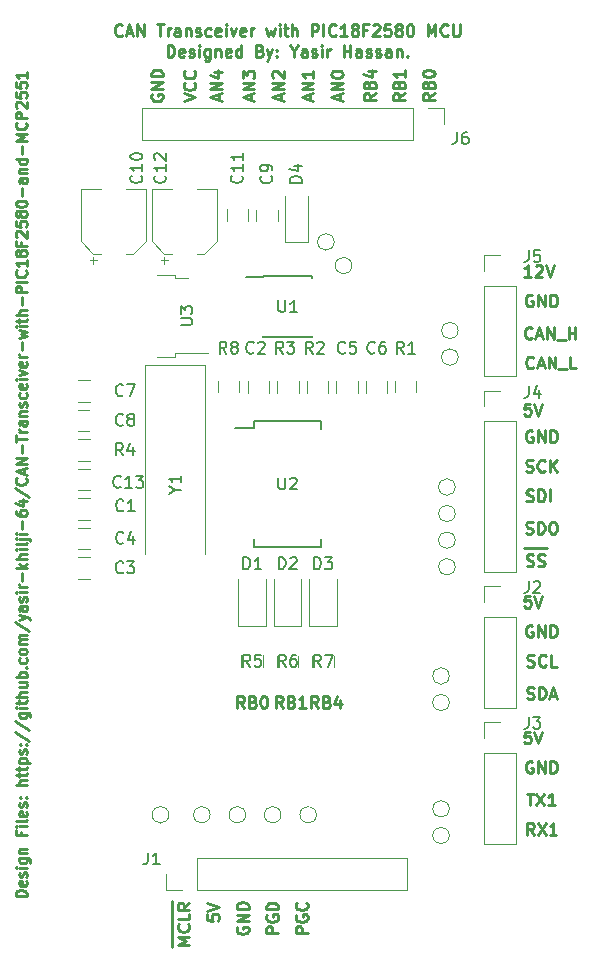
<source format=gbr>
G04 #@! TF.GenerationSoftware,KiCad,Pcbnew,(5.0.0)*
G04 #@! TF.CreationDate,2018-10-11T21:50:58+05:00*
G04 #@! TF.ProjectId,Dev Board,44657620426F6172642E6B696361645F,rev?*
G04 #@! TF.SameCoordinates,Original*
G04 #@! TF.FileFunction,Legend,Top*
G04 #@! TF.FilePolarity,Positive*
%FSLAX46Y46*%
G04 Gerber Fmt 4.6, Leading zero omitted, Abs format (unit mm)*
G04 Created by KiCad (PCBNEW (5.0.0)) date 10/11/18 21:50:58*
%MOMM*%
%LPD*%
G01*
G04 APERTURE LIST*
%ADD10C,0.250000*%
%ADD11C,0.225000*%
%ADD12C,0.120000*%
%ADD13C,0.150000*%
G04 APERTURE END LIST*
D10*
X164452380Y-79316666D02*
X163976190Y-79650000D01*
X164452380Y-79888095D02*
X163452380Y-79888095D01*
X163452380Y-79507142D01*
X163500000Y-79411904D01*
X163547619Y-79364285D01*
X163642857Y-79316666D01*
X163785714Y-79316666D01*
X163880952Y-79364285D01*
X163928571Y-79411904D01*
X163976190Y-79507142D01*
X163976190Y-79888095D01*
X163928571Y-78554761D02*
X163976190Y-78411904D01*
X164023809Y-78364285D01*
X164119047Y-78316666D01*
X164261904Y-78316666D01*
X164357142Y-78364285D01*
X164404761Y-78411904D01*
X164452380Y-78507142D01*
X164452380Y-78888095D01*
X163452380Y-78888095D01*
X163452380Y-78554761D01*
X163500000Y-78459523D01*
X163547619Y-78411904D01*
X163642857Y-78364285D01*
X163738095Y-78364285D01*
X163833333Y-78411904D01*
X163880952Y-78459523D01*
X163928571Y-78554761D01*
X163928571Y-78888095D01*
X163452380Y-77697619D02*
X163452380Y-77602380D01*
X163500000Y-77507142D01*
X163547619Y-77459523D01*
X163642857Y-77411904D01*
X163833333Y-77364285D01*
X164071428Y-77364285D01*
X164261904Y-77411904D01*
X164357142Y-77459523D01*
X164404761Y-77507142D01*
X164452380Y-77602380D01*
X164452380Y-77697619D01*
X164404761Y-77792857D01*
X164357142Y-77840476D01*
X164261904Y-77888095D01*
X164071428Y-77935714D01*
X163833333Y-77935714D01*
X163642857Y-77888095D01*
X163547619Y-77840476D01*
X163500000Y-77792857D01*
X163452380Y-77697619D01*
X161952380Y-79316666D02*
X161476190Y-79650000D01*
X161952380Y-79888095D02*
X160952380Y-79888095D01*
X160952380Y-79507142D01*
X161000000Y-79411904D01*
X161047619Y-79364285D01*
X161142857Y-79316666D01*
X161285714Y-79316666D01*
X161380952Y-79364285D01*
X161428571Y-79411904D01*
X161476190Y-79507142D01*
X161476190Y-79888095D01*
X161428571Y-78554761D02*
X161476190Y-78411904D01*
X161523809Y-78364285D01*
X161619047Y-78316666D01*
X161761904Y-78316666D01*
X161857142Y-78364285D01*
X161904761Y-78411904D01*
X161952380Y-78507142D01*
X161952380Y-78888095D01*
X160952380Y-78888095D01*
X160952380Y-78554761D01*
X161000000Y-78459523D01*
X161047619Y-78411904D01*
X161142857Y-78364285D01*
X161238095Y-78364285D01*
X161333333Y-78411904D01*
X161380952Y-78459523D01*
X161428571Y-78554761D01*
X161428571Y-78888095D01*
X161952380Y-77364285D02*
X161952380Y-77935714D01*
X161952380Y-77650000D02*
X160952380Y-77650000D01*
X161095238Y-77745238D01*
X161190476Y-77840476D01*
X161238095Y-77935714D01*
X159452380Y-79316666D02*
X158976190Y-79650000D01*
X159452380Y-79888095D02*
X158452380Y-79888095D01*
X158452380Y-79507142D01*
X158500000Y-79411904D01*
X158547619Y-79364285D01*
X158642857Y-79316666D01*
X158785714Y-79316666D01*
X158880952Y-79364285D01*
X158928571Y-79411904D01*
X158976190Y-79507142D01*
X158976190Y-79888095D01*
X158928571Y-78554761D02*
X158976190Y-78411904D01*
X159023809Y-78364285D01*
X159119047Y-78316666D01*
X159261904Y-78316666D01*
X159357142Y-78364285D01*
X159404761Y-78411904D01*
X159452380Y-78507142D01*
X159452380Y-78888095D01*
X158452380Y-78888095D01*
X158452380Y-78554761D01*
X158500000Y-78459523D01*
X158547619Y-78411904D01*
X158642857Y-78364285D01*
X158738095Y-78364285D01*
X158833333Y-78411904D01*
X158880952Y-78459523D01*
X158928571Y-78554761D01*
X158928571Y-78888095D01*
X158785714Y-77459523D02*
X159452380Y-77459523D01*
X158404761Y-77697619D02*
X159119047Y-77935714D01*
X159119047Y-77316666D01*
X156416666Y-79888095D02*
X156416666Y-79411904D01*
X156702380Y-79983333D02*
X155702380Y-79650000D01*
X156702380Y-79316666D01*
X156702380Y-78983333D02*
X155702380Y-78983333D01*
X156702380Y-78411904D01*
X155702380Y-78411904D01*
X155702380Y-77745238D02*
X155702380Y-77650000D01*
X155750000Y-77554761D01*
X155797619Y-77507142D01*
X155892857Y-77459523D01*
X156083333Y-77411904D01*
X156321428Y-77411904D01*
X156511904Y-77459523D01*
X156607142Y-77507142D01*
X156654761Y-77554761D01*
X156702380Y-77650000D01*
X156702380Y-77745238D01*
X156654761Y-77840476D01*
X156607142Y-77888095D01*
X156511904Y-77935714D01*
X156321428Y-77983333D01*
X156083333Y-77983333D01*
X155892857Y-77935714D01*
X155797619Y-77888095D01*
X155750000Y-77840476D01*
X155702380Y-77745238D01*
X153916666Y-79888095D02*
X153916666Y-79411904D01*
X154202380Y-79983333D02*
X153202380Y-79650000D01*
X154202380Y-79316666D01*
X154202380Y-78983333D02*
X153202380Y-78983333D01*
X154202380Y-78411904D01*
X153202380Y-78411904D01*
X154202380Y-77411904D02*
X154202380Y-77983333D01*
X154202380Y-77697619D02*
X153202380Y-77697619D01*
X153345238Y-77792857D01*
X153440476Y-77888095D01*
X153488095Y-77983333D01*
X151416666Y-79888095D02*
X151416666Y-79411904D01*
X151702380Y-79983333D02*
X150702380Y-79650000D01*
X151702380Y-79316666D01*
X151702380Y-78983333D02*
X150702380Y-78983333D01*
X151702380Y-78411904D01*
X150702380Y-78411904D01*
X150797619Y-77983333D02*
X150750000Y-77935714D01*
X150702380Y-77840476D01*
X150702380Y-77602380D01*
X150750000Y-77507142D01*
X150797619Y-77459523D01*
X150892857Y-77411904D01*
X150988095Y-77411904D01*
X151130952Y-77459523D01*
X151702380Y-78030952D01*
X151702380Y-77411904D01*
X148916666Y-79888095D02*
X148916666Y-79411904D01*
X149202380Y-79983333D02*
X148202380Y-79650000D01*
X149202380Y-79316666D01*
X149202380Y-78983333D02*
X148202380Y-78983333D01*
X149202380Y-78411904D01*
X148202380Y-78411904D01*
X148202380Y-78030952D02*
X148202380Y-77411904D01*
X148583333Y-77745238D01*
X148583333Y-77602380D01*
X148630952Y-77507142D01*
X148678571Y-77459523D01*
X148773809Y-77411904D01*
X149011904Y-77411904D01*
X149107142Y-77459523D01*
X149154761Y-77507142D01*
X149202380Y-77602380D01*
X149202380Y-77888095D01*
X149154761Y-77983333D01*
X149107142Y-78030952D01*
X146166666Y-79888095D02*
X146166666Y-79411904D01*
X146452380Y-79983333D02*
X145452380Y-79650000D01*
X146452380Y-79316666D01*
X146452380Y-78983333D02*
X145452380Y-78983333D01*
X146452380Y-78411904D01*
X145452380Y-78411904D01*
X145785714Y-77507142D02*
X146452380Y-77507142D01*
X145404761Y-77745238D02*
X146119047Y-77983333D01*
X146119047Y-77364285D01*
X143202380Y-79983333D02*
X144202380Y-79650000D01*
X143202380Y-79316666D01*
X144107142Y-78411904D02*
X144154761Y-78459523D01*
X144202380Y-78602380D01*
X144202380Y-78697619D01*
X144154761Y-78840476D01*
X144059523Y-78935714D01*
X143964285Y-78983333D01*
X143773809Y-79030952D01*
X143630952Y-79030952D01*
X143440476Y-78983333D01*
X143345238Y-78935714D01*
X143250000Y-78840476D01*
X143202380Y-78697619D01*
X143202380Y-78602380D01*
X143250000Y-78459523D01*
X143297619Y-78411904D01*
X144107142Y-77411904D02*
X144154761Y-77459523D01*
X144202380Y-77602380D01*
X144202380Y-77697619D01*
X144154761Y-77840476D01*
X144059523Y-77935714D01*
X143964285Y-77983333D01*
X143773809Y-78030952D01*
X143630952Y-78030952D01*
X143440476Y-77983333D01*
X143345238Y-77935714D01*
X143250000Y-77840476D01*
X143202380Y-77697619D01*
X143202380Y-77602380D01*
X143250000Y-77459523D01*
X143297619Y-77411904D01*
X140500000Y-79411904D02*
X140452380Y-79507142D01*
X140452380Y-79650000D01*
X140500000Y-79792857D01*
X140595238Y-79888095D01*
X140690476Y-79935714D01*
X140880952Y-79983333D01*
X141023809Y-79983333D01*
X141214285Y-79935714D01*
X141309523Y-79888095D01*
X141404761Y-79792857D01*
X141452380Y-79650000D01*
X141452380Y-79554761D01*
X141404761Y-79411904D01*
X141357142Y-79364285D01*
X141023809Y-79364285D01*
X141023809Y-79554761D01*
X141452380Y-78935714D02*
X140452380Y-78935714D01*
X141452380Y-78364285D01*
X140452380Y-78364285D01*
X141452380Y-77888095D02*
X140452380Y-77888095D01*
X140452380Y-77650000D01*
X140500000Y-77507142D01*
X140595238Y-77411904D01*
X140690476Y-77364285D01*
X140880952Y-77316666D01*
X141023809Y-77316666D01*
X141214285Y-77364285D01*
X141309523Y-77411904D01*
X141404761Y-77507142D01*
X141452380Y-77650000D01*
X141452380Y-77888095D01*
X153702380Y-150411904D02*
X152702380Y-150411904D01*
X152702380Y-150030952D01*
X152750000Y-149935714D01*
X152797619Y-149888095D01*
X152892857Y-149840476D01*
X153035714Y-149840476D01*
X153130952Y-149888095D01*
X153178571Y-149935714D01*
X153226190Y-150030952D01*
X153226190Y-150411904D01*
X152750000Y-148888095D02*
X152702380Y-148983333D01*
X152702380Y-149126190D01*
X152750000Y-149269047D01*
X152845238Y-149364285D01*
X152940476Y-149411904D01*
X153130952Y-149459523D01*
X153273809Y-149459523D01*
X153464285Y-149411904D01*
X153559523Y-149364285D01*
X153654761Y-149269047D01*
X153702380Y-149126190D01*
X153702380Y-149030952D01*
X153654761Y-148888095D01*
X153607142Y-148840476D01*
X153273809Y-148840476D01*
X153273809Y-149030952D01*
X153607142Y-147840476D02*
X153654761Y-147888095D01*
X153702380Y-148030952D01*
X153702380Y-148126190D01*
X153654761Y-148269047D01*
X153559523Y-148364285D01*
X153464285Y-148411904D01*
X153273809Y-148459523D01*
X153130952Y-148459523D01*
X152940476Y-148411904D01*
X152845238Y-148364285D01*
X152750000Y-148269047D01*
X152702380Y-148126190D01*
X152702380Y-148030952D01*
X152750000Y-147888095D01*
X152797619Y-147840476D01*
X151202380Y-150411904D02*
X150202380Y-150411904D01*
X150202380Y-150030952D01*
X150250000Y-149935714D01*
X150297619Y-149888095D01*
X150392857Y-149840476D01*
X150535714Y-149840476D01*
X150630952Y-149888095D01*
X150678571Y-149935714D01*
X150726190Y-150030952D01*
X150726190Y-150411904D01*
X150250000Y-148888095D02*
X150202380Y-148983333D01*
X150202380Y-149126190D01*
X150250000Y-149269047D01*
X150345238Y-149364285D01*
X150440476Y-149411904D01*
X150630952Y-149459523D01*
X150773809Y-149459523D01*
X150964285Y-149411904D01*
X151059523Y-149364285D01*
X151154761Y-149269047D01*
X151202380Y-149126190D01*
X151202380Y-149030952D01*
X151154761Y-148888095D01*
X151107142Y-148840476D01*
X150773809Y-148840476D01*
X150773809Y-149030952D01*
X151202380Y-148411904D02*
X150202380Y-148411904D01*
X150202380Y-148173809D01*
X150250000Y-148030952D01*
X150345238Y-147935714D01*
X150440476Y-147888095D01*
X150630952Y-147840476D01*
X150773809Y-147840476D01*
X150964285Y-147888095D01*
X151059523Y-147935714D01*
X151154761Y-148030952D01*
X151202380Y-148173809D01*
X151202380Y-148411904D01*
X147750000Y-149911904D02*
X147702380Y-150007142D01*
X147702380Y-150150000D01*
X147750000Y-150292857D01*
X147845238Y-150388095D01*
X147940476Y-150435714D01*
X148130952Y-150483333D01*
X148273809Y-150483333D01*
X148464285Y-150435714D01*
X148559523Y-150388095D01*
X148654761Y-150292857D01*
X148702380Y-150150000D01*
X148702380Y-150054761D01*
X148654761Y-149911904D01*
X148607142Y-149864285D01*
X148273809Y-149864285D01*
X148273809Y-150054761D01*
X148702380Y-149435714D02*
X147702380Y-149435714D01*
X148702380Y-148864285D01*
X147702380Y-148864285D01*
X148702380Y-148388095D02*
X147702380Y-148388095D01*
X147702380Y-148150000D01*
X147750000Y-148007142D01*
X147845238Y-147911904D01*
X147940476Y-147864285D01*
X148130952Y-147816666D01*
X148273809Y-147816666D01*
X148464285Y-147864285D01*
X148559523Y-147911904D01*
X148654761Y-148007142D01*
X148702380Y-148150000D01*
X148702380Y-148388095D01*
X145202380Y-148840476D02*
X145202380Y-149316666D01*
X145678571Y-149364285D01*
X145630952Y-149316666D01*
X145583333Y-149221428D01*
X145583333Y-148983333D01*
X145630952Y-148888095D01*
X145678571Y-148840476D01*
X145773809Y-148792857D01*
X146011904Y-148792857D01*
X146107142Y-148840476D01*
X146154761Y-148888095D01*
X146202380Y-148983333D01*
X146202380Y-149221428D01*
X146154761Y-149316666D01*
X146107142Y-149364285D01*
X145202380Y-148507142D02*
X146202380Y-148173809D01*
X145202380Y-147840476D01*
X142205000Y-151626190D02*
X142205000Y-150483333D01*
X143702380Y-151388095D02*
X142702380Y-151388095D01*
X143416666Y-151054761D01*
X142702380Y-150721428D01*
X143702380Y-150721428D01*
X142205000Y-150483333D02*
X142205000Y-149483333D01*
X143607142Y-149673809D02*
X143654761Y-149721428D01*
X143702380Y-149864285D01*
X143702380Y-149959523D01*
X143654761Y-150102380D01*
X143559523Y-150197619D01*
X143464285Y-150245238D01*
X143273809Y-150292857D01*
X143130952Y-150292857D01*
X142940476Y-150245238D01*
X142845238Y-150197619D01*
X142750000Y-150102380D01*
X142702380Y-149959523D01*
X142702380Y-149864285D01*
X142750000Y-149721428D01*
X142797619Y-149673809D01*
X142205000Y-149483333D02*
X142205000Y-148673809D01*
X143702380Y-148769047D02*
X143702380Y-149245238D01*
X142702380Y-149245238D01*
X142205000Y-148673809D02*
X142205000Y-147673809D01*
X143702380Y-147864285D02*
X143226190Y-148197619D01*
X143702380Y-148435714D02*
X142702380Y-148435714D01*
X142702380Y-148054761D01*
X142750000Y-147959523D01*
X142797619Y-147911904D01*
X142892857Y-147864285D01*
X143035714Y-147864285D01*
X143130952Y-147911904D01*
X143178571Y-147959523D01*
X143226190Y-148054761D01*
X143226190Y-148435714D01*
X172857142Y-142102380D02*
X172523809Y-141626190D01*
X172285714Y-142102380D02*
X172285714Y-141102380D01*
X172666666Y-141102380D01*
X172761904Y-141150000D01*
X172809523Y-141197619D01*
X172857142Y-141292857D01*
X172857142Y-141435714D01*
X172809523Y-141530952D01*
X172761904Y-141578571D01*
X172666666Y-141626190D01*
X172285714Y-141626190D01*
X173190476Y-141102380D02*
X173857142Y-142102380D01*
X173857142Y-141102380D02*
X173190476Y-142102380D01*
X174761904Y-142102380D02*
X174190476Y-142102380D01*
X174476190Y-142102380D02*
X174476190Y-141102380D01*
X174380952Y-141245238D01*
X174285714Y-141340476D01*
X174190476Y-141388095D01*
X172261904Y-138602380D02*
X172833333Y-138602380D01*
X172547619Y-139602380D02*
X172547619Y-138602380D01*
X173071428Y-138602380D02*
X173738095Y-139602380D01*
X173738095Y-138602380D02*
X173071428Y-139602380D01*
X174642857Y-139602380D02*
X174071428Y-139602380D01*
X174357142Y-139602380D02*
X174357142Y-138602380D01*
X174261904Y-138745238D01*
X174166666Y-138840476D01*
X174071428Y-138888095D01*
X172738095Y-135900000D02*
X172642857Y-135852380D01*
X172500000Y-135852380D01*
X172357142Y-135900000D01*
X172261904Y-135995238D01*
X172214285Y-136090476D01*
X172166666Y-136280952D01*
X172166666Y-136423809D01*
X172214285Y-136614285D01*
X172261904Y-136709523D01*
X172357142Y-136804761D01*
X172500000Y-136852380D01*
X172595238Y-136852380D01*
X172738095Y-136804761D01*
X172785714Y-136757142D01*
X172785714Y-136423809D01*
X172595238Y-136423809D01*
X173214285Y-136852380D02*
X173214285Y-135852380D01*
X173785714Y-136852380D01*
X173785714Y-135852380D01*
X174261904Y-136852380D02*
X174261904Y-135852380D01*
X174500000Y-135852380D01*
X174642857Y-135900000D01*
X174738095Y-135995238D01*
X174785714Y-136090476D01*
X174833333Y-136280952D01*
X174833333Y-136423809D01*
X174785714Y-136614285D01*
X174738095Y-136709523D01*
X174642857Y-136804761D01*
X174500000Y-136852380D01*
X174261904Y-136852380D01*
X172559523Y-133352380D02*
X172083333Y-133352380D01*
X172035714Y-133828571D01*
X172083333Y-133780952D01*
X172178571Y-133733333D01*
X172416666Y-133733333D01*
X172511904Y-133780952D01*
X172559523Y-133828571D01*
X172607142Y-133923809D01*
X172607142Y-134161904D01*
X172559523Y-134257142D01*
X172511904Y-134304761D01*
X172416666Y-134352380D01*
X172178571Y-134352380D01*
X172083333Y-134304761D01*
X172035714Y-134257142D01*
X172892857Y-133352380D02*
X173226190Y-134352380D01*
X173559523Y-133352380D01*
X172285714Y-130554761D02*
X172428571Y-130602380D01*
X172666666Y-130602380D01*
X172761904Y-130554761D01*
X172809523Y-130507142D01*
X172857142Y-130411904D01*
X172857142Y-130316666D01*
X172809523Y-130221428D01*
X172761904Y-130173809D01*
X172666666Y-130126190D01*
X172476190Y-130078571D01*
X172380952Y-130030952D01*
X172333333Y-129983333D01*
X172285714Y-129888095D01*
X172285714Y-129792857D01*
X172333333Y-129697619D01*
X172380952Y-129650000D01*
X172476190Y-129602380D01*
X172714285Y-129602380D01*
X172857142Y-129650000D01*
X173285714Y-130602380D02*
X173285714Y-129602380D01*
X173523809Y-129602380D01*
X173666666Y-129650000D01*
X173761904Y-129745238D01*
X173809523Y-129840476D01*
X173857142Y-130030952D01*
X173857142Y-130173809D01*
X173809523Y-130364285D01*
X173761904Y-130459523D01*
X173666666Y-130554761D01*
X173523809Y-130602380D01*
X173285714Y-130602380D01*
X174238095Y-130316666D02*
X174714285Y-130316666D01*
X174142857Y-130602380D02*
X174476190Y-129602380D01*
X174809523Y-130602380D01*
X172309523Y-127804761D02*
X172452380Y-127852380D01*
X172690476Y-127852380D01*
X172785714Y-127804761D01*
X172833333Y-127757142D01*
X172880952Y-127661904D01*
X172880952Y-127566666D01*
X172833333Y-127471428D01*
X172785714Y-127423809D01*
X172690476Y-127376190D01*
X172500000Y-127328571D01*
X172404761Y-127280952D01*
X172357142Y-127233333D01*
X172309523Y-127138095D01*
X172309523Y-127042857D01*
X172357142Y-126947619D01*
X172404761Y-126900000D01*
X172500000Y-126852380D01*
X172738095Y-126852380D01*
X172880952Y-126900000D01*
X173880952Y-127757142D02*
X173833333Y-127804761D01*
X173690476Y-127852380D01*
X173595238Y-127852380D01*
X173452380Y-127804761D01*
X173357142Y-127709523D01*
X173309523Y-127614285D01*
X173261904Y-127423809D01*
X173261904Y-127280952D01*
X173309523Y-127090476D01*
X173357142Y-126995238D01*
X173452380Y-126900000D01*
X173595238Y-126852380D01*
X173690476Y-126852380D01*
X173833333Y-126900000D01*
X173880952Y-126947619D01*
X174785714Y-127852380D02*
X174309523Y-127852380D01*
X174309523Y-126852380D01*
X172738095Y-124400000D02*
X172642857Y-124352380D01*
X172500000Y-124352380D01*
X172357142Y-124400000D01*
X172261904Y-124495238D01*
X172214285Y-124590476D01*
X172166666Y-124780952D01*
X172166666Y-124923809D01*
X172214285Y-125114285D01*
X172261904Y-125209523D01*
X172357142Y-125304761D01*
X172500000Y-125352380D01*
X172595238Y-125352380D01*
X172738095Y-125304761D01*
X172785714Y-125257142D01*
X172785714Y-124923809D01*
X172595238Y-124923809D01*
X173214285Y-125352380D02*
X173214285Y-124352380D01*
X173785714Y-125352380D01*
X173785714Y-124352380D01*
X174261904Y-125352380D02*
X174261904Y-124352380D01*
X174500000Y-124352380D01*
X174642857Y-124400000D01*
X174738095Y-124495238D01*
X174785714Y-124590476D01*
X174833333Y-124780952D01*
X174833333Y-124923809D01*
X174785714Y-125114285D01*
X174738095Y-125209523D01*
X174642857Y-125304761D01*
X174500000Y-125352380D01*
X174261904Y-125352380D01*
X172559523Y-121852380D02*
X172083333Y-121852380D01*
X172035714Y-122328571D01*
X172083333Y-122280952D01*
X172178571Y-122233333D01*
X172416666Y-122233333D01*
X172511904Y-122280952D01*
X172559523Y-122328571D01*
X172607142Y-122423809D01*
X172607142Y-122661904D01*
X172559523Y-122757142D01*
X172511904Y-122804761D01*
X172416666Y-122852380D01*
X172178571Y-122852380D01*
X172083333Y-122804761D01*
X172035714Y-122757142D01*
X172892857Y-121852380D02*
X173226190Y-122852380D01*
X173559523Y-121852380D01*
X172047619Y-117855000D02*
X173000000Y-117855000D01*
X172238095Y-119304761D02*
X172380952Y-119352380D01*
X172619047Y-119352380D01*
X172714285Y-119304761D01*
X172761904Y-119257142D01*
X172809523Y-119161904D01*
X172809523Y-119066666D01*
X172761904Y-118971428D01*
X172714285Y-118923809D01*
X172619047Y-118876190D01*
X172428571Y-118828571D01*
X172333333Y-118780952D01*
X172285714Y-118733333D01*
X172238095Y-118638095D01*
X172238095Y-118542857D01*
X172285714Y-118447619D01*
X172333333Y-118400000D01*
X172428571Y-118352380D01*
X172666666Y-118352380D01*
X172809523Y-118400000D01*
X173000000Y-117855000D02*
X173952380Y-117855000D01*
X173190476Y-119304761D02*
X173333333Y-119352380D01*
X173571428Y-119352380D01*
X173666666Y-119304761D01*
X173714285Y-119257142D01*
X173761904Y-119161904D01*
X173761904Y-119066666D01*
X173714285Y-118971428D01*
X173666666Y-118923809D01*
X173571428Y-118876190D01*
X173380952Y-118828571D01*
X173285714Y-118780952D01*
X173238095Y-118733333D01*
X173190476Y-118638095D01*
X173190476Y-118542857D01*
X173238095Y-118447619D01*
X173285714Y-118400000D01*
X173380952Y-118352380D01*
X173619047Y-118352380D01*
X173761904Y-118400000D01*
X172190476Y-116554761D02*
X172333333Y-116602380D01*
X172571428Y-116602380D01*
X172666666Y-116554761D01*
X172714285Y-116507142D01*
X172761904Y-116411904D01*
X172761904Y-116316666D01*
X172714285Y-116221428D01*
X172666666Y-116173809D01*
X172571428Y-116126190D01*
X172380952Y-116078571D01*
X172285714Y-116030952D01*
X172238095Y-115983333D01*
X172190476Y-115888095D01*
X172190476Y-115792857D01*
X172238095Y-115697619D01*
X172285714Y-115650000D01*
X172380952Y-115602380D01*
X172619047Y-115602380D01*
X172761904Y-115650000D01*
X173190476Y-116602380D02*
X173190476Y-115602380D01*
X173428571Y-115602380D01*
X173571428Y-115650000D01*
X173666666Y-115745238D01*
X173714285Y-115840476D01*
X173761904Y-116030952D01*
X173761904Y-116173809D01*
X173714285Y-116364285D01*
X173666666Y-116459523D01*
X173571428Y-116554761D01*
X173428571Y-116602380D01*
X173190476Y-116602380D01*
X174380952Y-115602380D02*
X174571428Y-115602380D01*
X174666666Y-115650000D01*
X174761904Y-115745238D01*
X174809523Y-115935714D01*
X174809523Y-116269047D01*
X174761904Y-116459523D01*
X174666666Y-116554761D01*
X174571428Y-116602380D01*
X174380952Y-116602380D01*
X174285714Y-116554761D01*
X174190476Y-116459523D01*
X174142857Y-116269047D01*
X174142857Y-115935714D01*
X174190476Y-115745238D01*
X174285714Y-115650000D01*
X174380952Y-115602380D01*
X172226190Y-113804761D02*
X172369047Y-113852380D01*
X172607142Y-113852380D01*
X172702380Y-113804761D01*
X172750000Y-113757142D01*
X172797619Y-113661904D01*
X172797619Y-113566666D01*
X172750000Y-113471428D01*
X172702380Y-113423809D01*
X172607142Y-113376190D01*
X172416666Y-113328571D01*
X172321428Y-113280952D01*
X172273809Y-113233333D01*
X172226190Y-113138095D01*
X172226190Y-113042857D01*
X172273809Y-112947619D01*
X172321428Y-112900000D01*
X172416666Y-112852380D01*
X172654761Y-112852380D01*
X172797619Y-112900000D01*
X173226190Y-113852380D02*
X173226190Y-112852380D01*
X173464285Y-112852380D01*
X173607142Y-112900000D01*
X173702380Y-112995238D01*
X173750000Y-113090476D01*
X173797619Y-113280952D01*
X173797619Y-113423809D01*
X173750000Y-113614285D01*
X173702380Y-113709523D01*
X173607142Y-113804761D01*
X173464285Y-113852380D01*
X173226190Y-113852380D01*
X174226190Y-113852380D02*
X174226190Y-112852380D01*
X172214285Y-111304761D02*
X172357142Y-111352380D01*
X172595238Y-111352380D01*
X172690476Y-111304761D01*
X172738095Y-111257142D01*
X172785714Y-111161904D01*
X172785714Y-111066666D01*
X172738095Y-110971428D01*
X172690476Y-110923809D01*
X172595238Y-110876190D01*
X172404761Y-110828571D01*
X172309523Y-110780952D01*
X172261904Y-110733333D01*
X172214285Y-110638095D01*
X172214285Y-110542857D01*
X172261904Y-110447619D01*
X172309523Y-110400000D01*
X172404761Y-110352380D01*
X172642857Y-110352380D01*
X172785714Y-110400000D01*
X173785714Y-111257142D02*
X173738095Y-111304761D01*
X173595238Y-111352380D01*
X173500000Y-111352380D01*
X173357142Y-111304761D01*
X173261904Y-111209523D01*
X173214285Y-111114285D01*
X173166666Y-110923809D01*
X173166666Y-110780952D01*
X173214285Y-110590476D01*
X173261904Y-110495238D01*
X173357142Y-110400000D01*
X173500000Y-110352380D01*
X173595238Y-110352380D01*
X173738095Y-110400000D01*
X173785714Y-110447619D01*
X174214285Y-111352380D02*
X174214285Y-110352380D01*
X174785714Y-111352380D02*
X174357142Y-110780952D01*
X174785714Y-110352380D02*
X174214285Y-110923809D01*
X172738095Y-107900000D02*
X172642857Y-107852380D01*
X172500000Y-107852380D01*
X172357142Y-107900000D01*
X172261904Y-107995238D01*
X172214285Y-108090476D01*
X172166666Y-108280952D01*
X172166666Y-108423809D01*
X172214285Y-108614285D01*
X172261904Y-108709523D01*
X172357142Y-108804761D01*
X172500000Y-108852380D01*
X172595238Y-108852380D01*
X172738095Y-108804761D01*
X172785714Y-108757142D01*
X172785714Y-108423809D01*
X172595238Y-108423809D01*
X173214285Y-108852380D02*
X173214285Y-107852380D01*
X173785714Y-108852380D01*
X173785714Y-107852380D01*
X174261904Y-108852380D02*
X174261904Y-107852380D01*
X174500000Y-107852380D01*
X174642857Y-107900000D01*
X174738095Y-107995238D01*
X174785714Y-108090476D01*
X174833333Y-108280952D01*
X174833333Y-108423809D01*
X174785714Y-108614285D01*
X174738095Y-108709523D01*
X174642857Y-108804761D01*
X174500000Y-108852380D01*
X174261904Y-108852380D01*
X172559523Y-105602380D02*
X172083333Y-105602380D01*
X172035714Y-106078571D01*
X172083333Y-106030952D01*
X172178571Y-105983333D01*
X172416666Y-105983333D01*
X172511904Y-106030952D01*
X172559523Y-106078571D01*
X172607142Y-106173809D01*
X172607142Y-106411904D01*
X172559523Y-106507142D01*
X172511904Y-106554761D01*
X172416666Y-106602380D01*
X172178571Y-106602380D01*
X172083333Y-106554761D01*
X172035714Y-106507142D01*
X172892857Y-105602380D02*
X173226190Y-106602380D01*
X173559523Y-105602380D01*
X172821428Y-102507142D02*
X172773809Y-102554761D01*
X172630952Y-102602380D01*
X172535714Y-102602380D01*
X172392857Y-102554761D01*
X172297619Y-102459523D01*
X172250000Y-102364285D01*
X172202380Y-102173809D01*
X172202380Y-102030952D01*
X172250000Y-101840476D01*
X172297619Y-101745238D01*
X172392857Y-101650000D01*
X172535714Y-101602380D01*
X172630952Y-101602380D01*
X172773809Y-101650000D01*
X172821428Y-101697619D01*
X173202380Y-102316666D02*
X173678571Y-102316666D01*
X173107142Y-102602380D02*
X173440476Y-101602380D01*
X173773809Y-102602380D01*
X174107142Y-102602380D02*
X174107142Y-101602380D01*
X174678571Y-102602380D01*
X174678571Y-101602380D01*
X174916666Y-102697619D02*
X175678571Y-102697619D01*
X176392857Y-102602380D02*
X175916666Y-102602380D01*
X175916666Y-101602380D01*
X172702380Y-100007142D02*
X172654761Y-100054761D01*
X172511904Y-100102380D01*
X172416666Y-100102380D01*
X172273809Y-100054761D01*
X172178571Y-99959523D01*
X172130952Y-99864285D01*
X172083333Y-99673809D01*
X172083333Y-99530952D01*
X172130952Y-99340476D01*
X172178571Y-99245238D01*
X172273809Y-99150000D01*
X172416666Y-99102380D01*
X172511904Y-99102380D01*
X172654761Y-99150000D01*
X172702380Y-99197619D01*
X173083333Y-99816666D02*
X173559523Y-99816666D01*
X172988095Y-100102380D02*
X173321428Y-99102380D01*
X173654761Y-100102380D01*
X173988095Y-100102380D02*
X173988095Y-99102380D01*
X174559523Y-100102380D01*
X174559523Y-99102380D01*
X174797619Y-100197619D02*
X175559523Y-100197619D01*
X175797619Y-100102380D02*
X175797619Y-99102380D01*
X175797619Y-99578571D02*
X176369047Y-99578571D01*
X176369047Y-100102380D02*
X176369047Y-99102380D01*
X172738095Y-96400000D02*
X172642857Y-96352380D01*
X172500000Y-96352380D01*
X172357142Y-96400000D01*
X172261904Y-96495238D01*
X172214285Y-96590476D01*
X172166666Y-96780952D01*
X172166666Y-96923809D01*
X172214285Y-97114285D01*
X172261904Y-97209523D01*
X172357142Y-97304761D01*
X172500000Y-97352380D01*
X172595238Y-97352380D01*
X172738095Y-97304761D01*
X172785714Y-97257142D01*
X172785714Y-96923809D01*
X172595238Y-96923809D01*
X173214285Y-97352380D02*
X173214285Y-96352380D01*
X173785714Y-97352380D01*
X173785714Y-96352380D01*
X174261904Y-97352380D02*
X174261904Y-96352380D01*
X174500000Y-96352380D01*
X174642857Y-96400000D01*
X174738095Y-96495238D01*
X174785714Y-96590476D01*
X174833333Y-96780952D01*
X174833333Y-96923809D01*
X174785714Y-97114285D01*
X174738095Y-97209523D01*
X174642857Y-97304761D01*
X174500000Y-97352380D01*
X174261904Y-97352380D01*
X172630952Y-94852380D02*
X172059523Y-94852380D01*
X172345238Y-94852380D02*
X172345238Y-93852380D01*
X172250000Y-93995238D01*
X172154761Y-94090476D01*
X172059523Y-94138095D01*
X173011904Y-93947619D02*
X173059523Y-93900000D01*
X173154761Y-93852380D01*
X173392857Y-93852380D01*
X173488095Y-93900000D01*
X173535714Y-93947619D01*
X173583333Y-94042857D01*
X173583333Y-94138095D01*
X173535714Y-94280952D01*
X172964285Y-94852380D01*
X173583333Y-94852380D01*
X173869047Y-93852380D02*
X174202380Y-94852380D01*
X174535714Y-93852380D01*
X138000000Y-74382142D02*
X137952380Y-74429761D01*
X137809523Y-74477380D01*
X137714285Y-74477380D01*
X137571428Y-74429761D01*
X137476190Y-74334523D01*
X137428571Y-74239285D01*
X137380952Y-74048809D01*
X137380952Y-73905952D01*
X137428571Y-73715476D01*
X137476190Y-73620238D01*
X137571428Y-73525000D01*
X137714285Y-73477380D01*
X137809523Y-73477380D01*
X137952380Y-73525000D01*
X138000000Y-73572619D01*
X138380952Y-74191666D02*
X138857142Y-74191666D01*
X138285714Y-74477380D02*
X138619047Y-73477380D01*
X138952380Y-74477380D01*
X139285714Y-74477380D02*
X139285714Y-73477380D01*
X139857142Y-74477380D01*
X139857142Y-73477380D01*
X140952380Y-73477380D02*
X141523809Y-73477380D01*
X141238095Y-74477380D02*
X141238095Y-73477380D01*
X141857142Y-74477380D02*
X141857142Y-73810714D01*
X141857142Y-74001190D02*
X141904761Y-73905952D01*
X141952380Y-73858333D01*
X142047619Y-73810714D01*
X142142857Y-73810714D01*
X142904761Y-74477380D02*
X142904761Y-73953571D01*
X142857142Y-73858333D01*
X142761904Y-73810714D01*
X142571428Y-73810714D01*
X142476190Y-73858333D01*
X142904761Y-74429761D02*
X142809523Y-74477380D01*
X142571428Y-74477380D01*
X142476190Y-74429761D01*
X142428571Y-74334523D01*
X142428571Y-74239285D01*
X142476190Y-74144047D01*
X142571428Y-74096428D01*
X142809523Y-74096428D01*
X142904761Y-74048809D01*
X143380952Y-73810714D02*
X143380952Y-74477380D01*
X143380952Y-73905952D02*
X143428571Y-73858333D01*
X143523809Y-73810714D01*
X143666666Y-73810714D01*
X143761904Y-73858333D01*
X143809523Y-73953571D01*
X143809523Y-74477380D01*
X144238095Y-74429761D02*
X144333333Y-74477380D01*
X144523809Y-74477380D01*
X144619047Y-74429761D01*
X144666666Y-74334523D01*
X144666666Y-74286904D01*
X144619047Y-74191666D01*
X144523809Y-74144047D01*
X144380952Y-74144047D01*
X144285714Y-74096428D01*
X144238095Y-74001190D01*
X144238095Y-73953571D01*
X144285714Y-73858333D01*
X144380952Y-73810714D01*
X144523809Y-73810714D01*
X144619047Y-73858333D01*
X145523809Y-74429761D02*
X145428571Y-74477380D01*
X145238095Y-74477380D01*
X145142857Y-74429761D01*
X145095238Y-74382142D01*
X145047619Y-74286904D01*
X145047619Y-74001190D01*
X145095238Y-73905952D01*
X145142857Y-73858333D01*
X145238095Y-73810714D01*
X145428571Y-73810714D01*
X145523809Y-73858333D01*
X146333333Y-74429761D02*
X146238095Y-74477380D01*
X146047619Y-74477380D01*
X145952380Y-74429761D01*
X145904761Y-74334523D01*
X145904761Y-73953571D01*
X145952380Y-73858333D01*
X146047619Y-73810714D01*
X146238095Y-73810714D01*
X146333333Y-73858333D01*
X146380952Y-73953571D01*
X146380952Y-74048809D01*
X145904761Y-74144047D01*
X146809523Y-74477380D02*
X146809523Y-73810714D01*
X146809523Y-73477380D02*
X146761904Y-73525000D01*
X146809523Y-73572619D01*
X146857142Y-73525000D01*
X146809523Y-73477380D01*
X146809523Y-73572619D01*
X147190476Y-73810714D02*
X147428571Y-74477380D01*
X147666666Y-73810714D01*
X148428571Y-74429761D02*
X148333333Y-74477380D01*
X148142857Y-74477380D01*
X148047619Y-74429761D01*
X148000000Y-74334523D01*
X148000000Y-73953571D01*
X148047619Y-73858333D01*
X148142857Y-73810714D01*
X148333333Y-73810714D01*
X148428571Y-73858333D01*
X148476190Y-73953571D01*
X148476190Y-74048809D01*
X148000000Y-74144047D01*
X148904761Y-74477380D02*
X148904761Y-73810714D01*
X148904761Y-74001190D02*
X148952380Y-73905952D01*
X149000000Y-73858333D01*
X149095238Y-73810714D01*
X149190476Y-73810714D01*
X150190476Y-73810714D02*
X150380952Y-74477380D01*
X150571428Y-74001190D01*
X150761904Y-74477380D01*
X150952380Y-73810714D01*
X151333333Y-74477380D02*
X151333333Y-73810714D01*
X151333333Y-73477380D02*
X151285714Y-73525000D01*
X151333333Y-73572619D01*
X151380952Y-73525000D01*
X151333333Y-73477380D01*
X151333333Y-73572619D01*
X151666666Y-73810714D02*
X152047619Y-73810714D01*
X151809523Y-73477380D02*
X151809523Y-74334523D01*
X151857142Y-74429761D01*
X151952380Y-74477380D01*
X152047619Y-74477380D01*
X152380952Y-74477380D02*
X152380952Y-73477380D01*
X152809523Y-74477380D02*
X152809523Y-73953571D01*
X152761904Y-73858333D01*
X152666666Y-73810714D01*
X152523809Y-73810714D01*
X152428571Y-73858333D01*
X152380952Y-73905952D01*
X154047619Y-74477380D02*
X154047619Y-73477380D01*
X154428571Y-73477380D01*
X154523809Y-73525000D01*
X154571428Y-73572619D01*
X154619047Y-73667857D01*
X154619047Y-73810714D01*
X154571428Y-73905952D01*
X154523809Y-73953571D01*
X154428571Y-74001190D01*
X154047619Y-74001190D01*
X155047619Y-74477380D02*
X155047619Y-73477380D01*
X156095238Y-74382142D02*
X156047619Y-74429761D01*
X155904761Y-74477380D01*
X155809523Y-74477380D01*
X155666666Y-74429761D01*
X155571428Y-74334523D01*
X155523809Y-74239285D01*
X155476190Y-74048809D01*
X155476190Y-73905952D01*
X155523809Y-73715476D01*
X155571428Y-73620238D01*
X155666666Y-73525000D01*
X155809523Y-73477380D01*
X155904761Y-73477380D01*
X156047619Y-73525000D01*
X156095238Y-73572619D01*
X157047619Y-74477380D02*
X156476190Y-74477380D01*
X156761904Y-74477380D02*
X156761904Y-73477380D01*
X156666666Y-73620238D01*
X156571428Y-73715476D01*
X156476190Y-73763095D01*
X157619047Y-73905952D02*
X157523809Y-73858333D01*
X157476190Y-73810714D01*
X157428571Y-73715476D01*
X157428571Y-73667857D01*
X157476190Y-73572619D01*
X157523809Y-73525000D01*
X157619047Y-73477380D01*
X157809523Y-73477380D01*
X157904761Y-73525000D01*
X157952380Y-73572619D01*
X157999999Y-73667857D01*
X157999999Y-73715476D01*
X157952380Y-73810714D01*
X157904761Y-73858333D01*
X157809523Y-73905952D01*
X157619047Y-73905952D01*
X157523809Y-73953571D01*
X157476190Y-74001190D01*
X157428571Y-74096428D01*
X157428571Y-74286904D01*
X157476190Y-74382142D01*
X157523809Y-74429761D01*
X157619047Y-74477380D01*
X157809523Y-74477380D01*
X157904761Y-74429761D01*
X157952380Y-74382142D01*
X157999999Y-74286904D01*
X157999999Y-74096428D01*
X157952380Y-74001190D01*
X157904761Y-73953571D01*
X157809523Y-73905952D01*
X158761904Y-73953571D02*
X158428571Y-73953571D01*
X158428571Y-74477380D02*
X158428571Y-73477380D01*
X158904761Y-73477380D01*
X159238095Y-73572619D02*
X159285714Y-73525000D01*
X159380952Y-73477380D01*
X159619047Y-73477380D01*
X159714285Y-73525000D01*
X159761904Y-73572619D01*
X159809523Y-73667857D01*
X159809523Y-73763095D01*
X159761904Y-73905952D01*
X159190476Y-74477380D01*
X159809523Y-74477380D01*
X160714285Y-73477380D02*
X160238095Y-73477380D01*
X160190476Y-73953571D01*
X160238095Y-73905952D01*
X160333333Y-73858333D01*
X160571428Y-73858333D01*
X160666666Y-73905952D01*
X160714285Y-73953571D01*
X160761904Y-74048809D01*
X160761904Y-74286904D01*
X160714285Y-74382142D01*
X160666666Y-74429761D01*
X160571428Y-74477380D01*
X160333333Y-74477380D01*
X160238095Y-74429761D01*
X160190476Y-74382142D01*
X161333333Y-73905952D02*
X161238095Y-73858333D01*
X161190476Y-73810714D01*
X161142857Y-73715476D01*
X161142857Y-73667857D01*
X161190476Y-73572619D01*
X161238095Y-73525000D01*
X161333333Y-73477380D01*
X161523809Y-73477380D01*
X161619047Y-73525000D01*
X161666666Y-73572619D01*
X161714285Y-73667857D01*
X161714285Y-73715476D01*
X161666666Y-73810714D01*
X161619047Y-73858333D01*
X161523809Y-73905952D01*
X161333333Y-73905952D01*
X161238095Y-73953571D01*
X161190476Y-74001190D01*
X161142857Y-74096428D01*
X161142857Y-74286904D01*
X161190476Y-74382142D01*
X161238095Y-74429761D01*
X161333333Y-74477380D01*
X161523809Y-74477380D01*
X161619047Y-74429761D01*
X161666666Y-74382142D01*
X161714285Y-74286904D01*
X161714285Y-74096428D01*
X161666666Y-74001190D01*
X161619047Y-73953571D01*
X161523809Y-73905952D01*
X162333333Y-73477380D02*
X162428571Y-73477380D01*
X162523809Y-73525000D01*
X162571428Y-73572619D01*
X162619047Y-73667857D01*
X162666666Y-73858333D01*
X162666666Y-74096428D01*
X162619047Y-74286904D01*
X162571428Y-74382142D01*
X162523809Y-74429761D01*
X162428571Y-74477380D01*
X162333333Y-74477380D01*
X162238095Y-74429761D01*
X162190476Y-74382142D01*
X162142857Y-74286904D01*
X162095238Y-74096428D01*
X162095238Y-73858333D01*
X162142857Y-73667857D01*
X162190476Y-73572619D01*
X162238095Y-73525000D01*
X162333333Y-73477380D01*
X163857142Y-74477380D02*
X163857142Y-73477380D01*
X164190476Y-74191666D01*
X164523809Y-73477380D01*
X164523809Y-74477380D01*
X165571428Y-74382142D02*
X165523809Y-74429761D01*
X165380952Y-74477380D01*
X165285714Y-74477380D01*
X165142857Y-74429761D01*
X165047619Y-74334523D01*
X164999999Y-74239285D01*
X164952380Y-74048809D01*
X164952380Y-73905952D01*
X164999999Y-73715476D01*
X165047619Y-73620238D01*
X165142857Y-73525000D01*
X165285714Y-73477380D01*
X165380952Y-73477380D01*
X165523809Y-73525000D01*
X165571428Y-73572619D01*
X165999999Y-73477380D02*
X165999999Y-74286904D01*
X166047619Y-74382142D01*
X166095238Y-74429761D01*
X166190476Y-74477380D01*
X166380952Y-74477380D01*
X166476190Y-74429761D01*
X166523809Y-74382142D01*
X166571428Y-74286904D01*
X166571428Y-73477380D01*
X141857142Y-76227380D02*
X141857142Y-75227380D01*
X142095238Y-75227380D01*
X142238095Y-75275000D01*
X142333333Y-75370238D01*
X142380952Y-75465476D01*
X142428571Y-75655952D01*
X142428571Y-75798809D01*
X142380952Y-75989285D01*
X142333333Y-76084523D01*
X142238095Y-76179761D01*
X142095238Y-76227380D01*
X141857142Y-76227380D01*
X143238095Y-76179761D02*
X143142857Y-76227380D01*
X142952380Y-76227380D01*
X142857142Y-76179761D01*
X142809523Y-76084523D01*
X142809523Y-75703571D01*
X142857142Y-75608333D01*
X142952380Y-75560714D01*
X143142857Y-75560714D01*
X143238095Y-75608333D01*
X143285714Y-75703571D01*
X143285714Y-75798809D01*
X142809523Y-75894047D01*
X143666666Y-76179761D02*
X143761904Y-76227380D01*
X143952380Y-76227380D01*
X144047619Y-76179761D01*
X144095238Y-76084523D01*
X144095238Y-76036904D01*
X144047619Y-75941666D01*
X143952380Y-75894047D01*
X143809523Y-75894047D01*
X143714285Y-75846428D01*
X143666666Y-75751190D01*
X143666666Y-75703571D01*
X143714285Y-75608333D01*
X143809523Y-75560714D01*
X143952380Y-75560714D01*
X144047619Y-75608333D01*
X144523809Y-76227380D02*
X144523809Y-75560714D01*
X144523809Y-75227380D02*
X144476190Y-75275000D01*
X144523809Y-75322619D01*
X144571428Y-75275000D01*
X144523809Y-75227380D01*
X144523809Y-75322619D01*
X145428571Y-75560714D02*
X145428571Y-76370238D01*
X145380952Y-76465476D01*
X145333333Y-76513095D01*
X145238095Y-76560714D01*
X145095238Y-76560714D01*
X145000000Y-76513095D01*
X145428571Y-76179761D02*
X145333333Y-76227380D01*
X145142857Y-76227380D01*
X145047619Y-76179761D01*
X145000000Y-76132142D01*
X144952380Y-76036904D01*
X144952380Y-75751190D01*
X145000000Y-75655952D01*
X145047619Y-75608333D01*
X145142857Y-75560714D01*
X145333333Y-75560714D01*
X145428571Y-75608333D01*
X145904761Y-75560714D02*
X145904761Y-76227380D01*
X145904761Y-75655952D02*
X145952380Y-75608333D01*
X146047619Y-75560714D01*
X146190476Y-75560714D01*
X146285714Y-75608333D01*
X146333333Y-75703571D01*
X146333333Y-76227380D01*
X147190476Y-76179761D02*
X147095238Y-76227380D01*
X146904761Y-76227380D01*
X146809523Y-76179761D01*
X146761904Y-76084523D01*
X146761904Y-75703571D01*
X146809523Y-75608333D01*
X146904761Y-75560714D01*
X147095238Y-75560714D01*
X147190476Y-75608333D01*
X147238095Y-75703571D01*
X147238095Y-75798809D01*
X146761904Y-75894047D01*
X148095238Y-76227380D02*
X148095238Y-75227380D01*
X148095238Y-76179761D02*
X148000000Y-76227380D01*
X147809523Y-76227380D01*
X147714285Y-76179761D01*
X147666666Y-76132142D01*
X147619047Y-76036904D01*
X147619047Y-75751190D01*
X147666666Y-75655952D01*
X147714285Y-75608333D01*
X147809523Y-75560714D01*
X148000000Y-75560714D01*
X148095238Y-75608333D01*
X149666666Y-75703571D02*
X149809523Y-75751190D01*
X149857142Y-75798809D01*
X149904761Y-75894047D01*
X149904761Y-76036904D01*
X149857142Y-76132142D01*
X149809523Y-76179761D01*
X149714285Y-76227380D01*
X149333333Y-76227380D01*
X149333333Y-75227380D01*
X149666666Y-75227380D01*
X149761904Y-75275000D01*
X149809523Y-75322619D01*
X149857142Y-75417857D01*
X149857142Y-75513095D01*
X149809523Y-75608333D01*
X149761904Y-75655952D01*
X149666666Y-75703571D01*
X149333333Y-75703571D01*
X150238095Y-75560714D02*
X150476190Y-76227380D01*
X150714285Y-75560714D02*
X150476190Y-76227380D01*
X150380952Y-76465476D01*
X150333333Y-76513095D01*
X150238095Y-76560714D01*
X151095238Y-76132142D02*
X151142857Y-76179761D01*
X151095238Y-76227380D01*
X151047619Y-76179761D01*
X151095238Y-76132142D01*
X151095238Y-76227380D01*
X151095238Y-75608333D02*
X151142857Y-75655952D01*
X151095238Y-75703571D01*
X151047619Y-75655952D01*
X151095238Y-75608333D01*
X151095238Y-75703571D01*
X152523809Y-75751190D02*
X152523809Y-76227380D01*
X152190476Y-75227380D02*
X152523809Y-75751190D01*
X152857142Y-75227380D01*
X153619047Y-76227380D02*
X153619047Y-75703571D01*
X153571428Y-75608333D01*
X153476190Y-75560714D01*
X153285714Y-75560714D01*
X153190476Y-75608333D01*
X153619047Y-76179761D02*
X153523809Y-76227380D01*
X153285714Y-76227380D01*
X153190476Y-76179761D01*
X153142857Y-76084523D01*
X153142857Y-75989285D01*
X153190476Y-75894047D01*
X153285714Y-75846428D01*
X153523809Y-75846428D01*
X153619047Y-75798809D01*
X154047619Y-76179761D02*
X154142857Y-76227380D01*
X154333333Y-76227380D01*
X154428571Y-76179761D01*
X154476190Y-76084523D01*
X154476190Y-76036904D01*
X154428571Y-75941666D01*
X154333333Y-75894047D01*
X154190476Y-75894047D01*
X154095238Y-75846428D01*
X154047619Y-75751190D01*
X154047619Y-75703571D01*
X154095238Y-75608333D01*
X154190476Y-75560714D01*
X154333333Y-75560714D01*
X154428571Y-75608333D01*
X154904761Y-76227380D02*
X154904761Y-75560714D01*
X154904761Y-75227380D02*
X154857142Y-75275000D01*
X154904761Y-75322619D01*
X154952380Y-75275000D01*
X154904761Y-75227380D01*
X154904761Y-75322619D01*
X155380952Y-76227380D02*
X155380952Y-75560714D01*
X155380952Y-75751190D02*
X155428571Y-75655952D01*
X155476190Y-75608333D01*
X155571428Y-75560714D01*
X155666666Y-75560714D01*
X156761904Y-76227380D02*
X156761904Y-75227380D01*
X156761904Y-75703571D02*
X157333333Y-75703571D01*
X157333333Y-76227380D02*
X157333333Y-75227380D01*
X158238095Y-76227380D02*
X158238095Y-75703571D01*
X158190476Y-75608333D01*
X158095238Y-75560714D01*
X157904761Y-75560714D01*
X157809523Y-75608333D01*
X158238095Y-76179761D02*
X158142857Y-76227380D01*
X157904761Y-76227380D01*
X157809523Y-76179761D01*
X157761904Y-76084523D01*
X157761904Y-75989285D01*
X157809523Y-75894047D01*
X157904761Y-75846428D01*
X158142857Y-75846428D01*
X158238095Y-75798809D01*
X158666666Y-76179761D02*
X158761904Y-76227380D01*
X158952380Y-76227380D01*
X159047619Y-76179761D01*
X159095238Y-76084523D01*
X159095238Y-76036904D01*
X159047619Y-75941666D01*
X158952380Y-75894047D01*
X158809523Y-75894047D01*
X158714285Y-75846428D01*
X158666666Y-75751190D01*
X158666666Y-75703571D01*
X158714285Y-75608333D01*
X158809523Y-75560714D01*
X158952380Y-75560714D01*
X159047619Y-75608333D01*
X159476190Y-76179761D02*
X159571428Y-76227380D01*
X159761904Y-76227380D01*
X159857142Y-76179761D01*
X159904761Y-76084523D01*
X159904761Y-76036904D01*
X159857142Y-75941666D01*
X159761904Y-75894047D01*
X159619047Y-75894047D01*
X159523809Y-75846428D01*
X159476190Y-75751190D01*
X159476190Y-75703571D01*
X159523809Y-75608333D01*
X159619047Y-75560714D01*
X159761904Y-75560714D01*
X159857142Y-75608333D01*
X160761904Y-76227380D02*
X160761904Y-75703571D01*
X160714285Y-75608333D01*
X160619047Y-75560714D01*
X160428571Y-75560714D01*
X160333333Y-75608333D01*
X160761904Y-76179761D02*
X160666666Y-76227380D01*
X160428571Y-76227380D01*
X160333333Y-76179761D01*
X160285714Y-76084523D01*
X160285714Y-75989285D01*
X160333333Y-75894047D01*
X160428571Y-75846428D01*
X160666666Y-75846428D01*
X160761904Y-75798809D01*
X161238095Y-75560714D02*
X161238095Y-76227380D01*
X161238095Y-75655952D02*
X161285714Y-75608333D01*
X161380952Y-75560714D01*
X161523809Y-75560714D01*
X161619047Y-75608333D01*
X161666666Y-75703571D01*
X161666666Y-76227380D01*
X162142857Y-76132142D02*
X162190476Y-76179761D01*
X162142857Y-76227380D01*
X162095238Y-76179761D01*
X162142857Y-76132142D01*
X162142857Y-76227380D01*
D11*
X129907142Y-147285714D02*
X129007142Y-147285714D01*
X129007142Y-147071428D01*
X129050000Y-146942857D01*
X129135714Y-146857142D01*
X129221428Y-146814285D01*
X129392857Y-146771428D01*
X129521428Y-146771428D01*
X129692857Y-146814285D01*
X129778571Y-146857142D01*
X129864285Y-146942857D01*
X129907142Y-147071428D01*
X129907142Y-147285714D01*
X129864285Y-146042857D02*
X129907142Y-146128571D01*
X129907142Y-146299999D01*
X129864285Y-146385714D01*
X129778571Y-146428571D01*
X129435714Y-146428571D01*
X129350000Y-146385714D01*
X129307142Y-146299999D01*
X129307142Y-146128571D01*
X129350000Y-146042857D01*
X129435714Y-145999999D01*
X129521428Y-145999999D01*
X129607142Y-146428571D01*
X129864285Y-145657142D02*
X129907142Y-145571428D01*
X129907142Y-145399999D01*
X129864285Y-145314285D01*
X129778571Y-145271428D01*
X129735714Y-145271428D01*
X129650000Y-145314285D01*
X129607142Y-145399999D01*
X129607142Y-145528571D01*
X129564285Y-145614285D01*
X129478571Y-145657142D01*
X129435714Y-145657142D01*
X129350000Y-145614285D01*
X129307142Y-145528571D01*
X129307142Y-145399999D01*
X129350000Y-145314285D01*
X129907142Y-144885714D02*
X129307142Y-144885714D01*
X129007142Y-144885714D02*
X129050000Y-144928571D01*
X129092857Y-144885714D01*
X129050000Y-144842857D01*
X129007142Y-144885714D01*
X129092857Y-144885714D01*
X129307142Y-144071428D02*
X130035714Y-144071428D01*
X130121428Y-144114285D01*
X130164285Y-144157142D01*
X130207142Y-144242857D01*
X130207142Y-144371428D01*
X130164285Y-144457142D01*
X129864285Y-144071428D02*
X129907142Y-144157142D01*
X129907142Y-144328571D01*
X129864285Y-144414285D01*
X129821428Y-144457142D01*
X129735714Y-144499999D01*
X129478571Y-144499999D01*
X129392857Y-144457142D01*
X129350000Y-144414285D01*
X129307142Y-144328571D01*
X129307142Y-144157142D01*
X129350000Y-144071428D01*
X129307142Y-143642857D02*
X129907142Y-143642857D01*
X129392857Y-143642857D02*
X129350000Y-143599999D01*
X129307142Y-143514285D01*
X129307142Y-143385714D01*
X129350000Y-143299999D01*
X129435714Y-143257142D01*
X129907142Y-143257142D01*
X129435714Y-141842857D02*
X129435714Y-142142857D01*
X129907142Y-142142857D02*
X129007142Y-142142857D01*
X129007142Y-141714285D01*
X129907142Y-141371428D02*
X129307142Y-141371428D01*
X129007142Y-141371428D02*
X129050000Y-141414285D01*
X129092857Y-141371428D01*
X129050000Y-141328571D01*
X129007142Y-141371428D01*
X129092857Y-141371428D01*
X129907142Y-140814285D02*
X129864285Y-140899999D01*
X129778571Y-140942857D01*
X129007142Y-140942857D01*
X129864285Y-140128571D02*
X129907142Y-140214285D01*
X129907142Y-140385714D01*
X129864285Y-140471428D01*
X129778571Y-140514285D01*
X129435714Y-140514285D01*
X129350000Y-140471428D01*
X129307142Y-140385714D01*
X129307142Y-140214285D01*
X129350000Y-140128571D01*
X129435714Y-140085714D01*
X129521428Y-140085714D01*
X129607142Y-140514285D01*
X129864285Y-139742857D02*
X129907142Y-139657142D01*
X129907142Y-139485714D01*
X129864285Y-139399999D01*
X129778571Y-139357142D01*
X129735714Y-139357142D01*
X129650000Y-139399999D01*
X129607142Y-139485714D01*
X129607142Y-139614285D01*
X129564285Y-139699999D01*
X129478571Y-139742857D01*
X129435714Y-139742857D01*
X129350000Y-139699999D01*
X129307142Y-139614285D01*
X129307142Y-139485714D01*
X129350000Y-139399999D01*
X129821428Y-138971428D02*
X129864285Y-138928571D01*
X129907142Y-138971428D01*
X129864285Y-139014285D01*
X129821428Y-138971428D01*
X129907142Y-138971428D01*
X129350000Y-138971428D02*
X129392857Y-138928571D01*
X129435714Y-138971428D01*
X129392857Y-139014285D01*
X129350000Y-138971428D01*
X129435714Y-138971428D01*
X129907142Y-137857142D02*
X129007142Y-137857142D01*
X129907142Y-137471428D02*
X129435714Y-137471428D01*
X129350000Y-137514285D01*
X129307142Y-137599999D01*
X129307142Y-137728571D01*
X129350000Y-137814285D01*
X129392857Y-137857142D01*
X129307142Y-137171428D02*
X129307142Y-136828571D01*
X129007142Y-137042857D02*
X129778571Y-137042857D01*
X129864285Y-136999999D01*
X129907142Y-136914285D01*
X129907142Y-136828571D01*
X129307142Y-136657142D02*
X129307142Y-136314285D01*
X129007142Y-136528571D02*
X129778571Y-136528571D01*
X129864285Y-136485714D01*
X129907142Y-136399999D01*
X129907142Y-136314285D01*
X129307142Y-136014285D02*
X130207142Y-136014285D01*
X129350000Y-136014285D02*
X129307142Y-135928571D01*
X129307142Y-135757142D01*
X129350000Y-135671428D01*
X129392857Y-135628571D01*
X129478571Y-135585714D01*
X129735714Y-135585714D01*
X129821428Y-135628571D01*
X129864285Y-135671428D01*
X129907142Y-135757142D01*
X129907142Y-135928571D01*
X129864285Y-136014285D01*
X129864285Y-135242857D02*
X129907142Y-135157142D01*
X129907142Y-134985714D01*
X129864285Y-134899999D01*
X129778571Y-134857142D01*
X129735714Y-134857142D01*
X129650000Y-134899999D01*
X129607142Y-134985714D01*
X129607142Y-135114285D01*
X129564285Y-135199999D01*
X129478571Y-135242857D01*
X129435714Y-135242857D01*
X129350000Y-135199999D01*
X129307142Y-135114285D01*
X129307142Y-134985714D01*
X129350000Y-134899999D01*
X129821428Y-134471428D02*
X129864285Y-134428571D01*
X129907142Y-134471428D01*
X129864285Y-134514285D01*
X129821428Y-134471428D01*
X129907142Y-134471428D01*
X129350000Y-134471428D02*
X129392857Y-134428571D01*
X129435714Y-134471428D01*
X129392857Y-134514285D01*
X129350000Y-134471428D01*
X129435714Y-134471428D01*
X128964285Y-133399999D02*
X130121428Y-134171428D01*
X128964285Y-132457142D02*
X130121428Y-133228571D01*
X129307142Y-131771428D02*
X130035714Y-131771428D01*
X130121428Y-131814285D01*
X130164285Y-131857142D01*
X130207142Y-131942857D01*
X130207142Y-132071428D01*
X130164285Y-132157142D01*
X129864285Y-131771428D02*
X129907142Y-131857142D01*
X129907142Y-132028571D01*
X129864285Y-132114285D01*
X129821428Y-132157142D01*
X129735714Y-132199999D01*
X129478571Y-132199999D01*
X129392857Y-132157142D01*
X129350000Y-132114285D01*
X129307142Y-132028571D01*
X129307142Y-131857142D01*
X129350000Y-131771428D01*
X129907142Y-131342857D02*
X129307142Y-131342857D01*
X129007142Y-131342857D02*
X129050000Y-131385714D01*
X129092857Y-131342857D01*
X129050000Y-131299999D01*
X129007142Y-131342857D01*
X129092857Y-131342857D01*
X129307142Y-131042857D02*
X129307142Y-130699999D01*
X129007142Y-130914285D02*
X129778571Y-130914285D01*
X129864285Y-130871428D01*
X129907142Y-130785714D01*
X129907142Y-130699999D01*
X129907142Y-130399999D02*
X129007142Y-130399999D01*
X129907142Y-130014285D02*
X129435714Y-130014285D01*
X129350000Y-130057142D01*
X129307142Y-130142857D01*
X129307142Y-130271428D01*
X129350000Y-130357142D01*
X129392857Y-130399999D01*
X129307142Y-129199999D02*
X129907142Y-129199999D01*
X129307142Y-129585714D02*
X129778571Y-129585714D01*
X129864285Y-129542857D01*
X129907142Y-129457142D01*
X129907142Y-129328571D01*
X129864285Y-129242857D01*
X129821428Y-129199999D01*
X129907142Y-128771428D02*
X129007142Y-128771428D01*
X129350000Y-128771428D02*
X129307142Y-128685714D01*
X129307142Y-128514285D01*
X129350000Y-128428571D01*
X129392857Y-128385714D01*
X129478571Y-128342857D01*
X129735714Y-128342857D01*
X129821428Y-128385714D01*
X129864285Y-128428571D01*
X129907142Y-128514285D01*
X129907142Y-128685714D01*
X129864285Y-128771428D01*
X129821428Y-127957142D02*
X129864285Y-127914285D01*
X129907142Y-127957142D01*
X129864285Y-127999999D01*
X129821428Y-127957142D01*
X129907142Y-127957142D01*
X129864285Y-127142857D02*
X129907142Y-127228571D01*
X129907142Y-127399999D01*
X129864285Y-127485714D01*
X129821428Y-127528571D01*
X129735714Y-127571428D01*
X129478571Y-127571428D01*
X129392857Y-127528571D01*
X129350000Y-127485714D01*
X129307142Y-127399999D01*
X129307142Y-127228571D01*
X129350000Y-127142857D01*
X129907142Y-126628571D02*
X129864285Y-126714285D01*
X129821428Y-126757142D01*
X129735714Y-126799999D01*
X129478571Y-126799999D01*
X129392857Y-126757142D01*
X129350000Y-126714285D01*
X129307142Y-126628571D01*
X129307142Y-126499999D01*
X129350000Y-126414285D01*
X129392857Y-126371428D01*
X129478571Y-126328571D01*
X129735714Y-126328571D01*
X129821428Y-126371428D01*
X129864285Y-126414285D01*
X129907142Y-126499999D01*
X129907142Y-126628571D01*
X129907142Y-125942857D02*
X129307142Y-125942857D01*
X129392857Y-125942857D02*
X129350000Y-125899999D01*
X129307142Y-125814285D01*
X129307142Y-125685714D01*
X129350000Y-125599999D01*
X129435714Y-125557142D01*
X129907142Y-125557142D01*
X129435714Y-125557142D02*
X129350000Y-125514285D01*
X129307142Y-125428571D01*
X129307142Y-125299999D01*
X129350000Y-125214285D01*
X129435714Y-125171428D01*
X129907142Y-125171428D01*
X128964285Y-124099999D02*
X130121428Y-124871428D01*
X129307142Y-123885714D02*
X129907142Y-123671428D01*
X129307142Y-123457142D02*
X129907142Y-123671428D01*
X130121428Y-123757142D01*
X130164285Y-123799999D01*
X130207142Y-123885714D01*
X129907142Y-122728571D02*
X129435714Y-122728571D01*
X129350000Y-122771428D01*
X129307142Y-122857142D01*
X129307142Y-123028571D01*
X129350000Y-123114285D01*
X129864285Y-122728571D02*
X129907142Y-122814285D01*
X129907142Y-123028571D01*
X129864285Y-123114285D01*
X129778571Y-123157142D01*
X129692857Y-123157142D01*
X129607142Y-123114285D01*
X129564285Y-123028571D01*
X129564285Y-122814285D01*
X129521428Y-122728571D01*
X129864285Y-122342857D02*
X129907142Y-122257142D01*
X129907142Y-122085714D01*
X129864285Y-121999999D01*
X129778571Y-121957142D01*
X129735714Y-121957142D01*
X129650000Y-121999999D01*
X129607142Y-122085714D01*
X129607142Y-122214285D01*
X129564285Y-122299999D01*
X129478571Y-122342857D01*
X129435714Y-122342857D01*
X129350000Y-122299999D01*
X129307142Y-122214285D01*
X129307142Y-122085714D01*
X129350000Y-121999999D01*
X129907142Y-121571428D02*
X129307142Y-121571428D01*
X129007142Y-121571428D02*
X129050000Y-121614285D01*
X129092857Y-121571428D01*
X129050000Y-121528571D01*
X129007142Y-121571428D01*
X129092857Y-121571428D01*
X129907142Y-121142857D02*
X129307142Y-121142857D01*
X129478571Y-121142857D02*
X129392857Y-121099999D01*
X129350000Y-121057142D01*
X129307142Y-120971428D01*
X129307142Y-120885714D01*
X129564285Y-120585714D02*
X129564285Y-119899999D01*
X129907142Y-119471428D02*
X129007142Y-119471428D01*
X129564285Y-119385714D02*
X129907142Y-119128571D01*
X129307142Y-119128571D02*
X129650000Y-119471428D01*
X129907142Y-118742857D02*
X129007142Y-118742857D01*
X129907142Y-118357142D02*
X129435714Y-118357142D01*
X129350000Y-118399999D01*
X129307142Y-118485714D01*
X129307142Y-118614285D01*
X129350000Y-118699999D01*
X129392857Y-118742857D01*
X129907142Y-117928571D02*
X129307142Y-117928571D01*
X129007142Y-117928571D02*
X129050000Y-117971428D01*
X129092857Y-117928571D01*
X129050000Y-117885714D01*
X129007142Y-117928571D01*
X129092857Y-117928571D01*
X129907142Y-117371428D02*
X129864285Y-117457142D01*
X129778571Y-117499999D01*
X129007142Y-117499999D01*
X129307142Y-117028571D02*
X130078571Y-117028571D01*
X130164285Y-117071428D01*
X130207142Y-117157142D01*
X130207142Y-117199999D01*
X129007142Y-117028571D02*
X129050000Y-117071428D01*
X129092857Y-117028571D01*
X129050000Y-116985714D01*
X129007142Y-117028571D01*
X129092857Y-117028571D01*
X129907142Y-116599999D02*
X129307142Y-116599999D01*
X129007142Y-116599999D02*
X129050000Y-116642857D01*
X129092857Y-116599999D01*
X129050000Y-116557142D01*
X129007142Y-116599999D01*
X129092857Y-116599999D01*
X129564285Y-116171428D02*
X129564285Y-115485714D01*
X129007142Y-114671428D02*
X129007142Y-114842857D01*
X129050000Y-114928571D01*
X129092857Y-114971428D01*
X129221428Y-115057142D01*
X129392857Y-115099999D01*
X129735714Y-115099999D01*
X129821428Y-115057142D01*
X129864285Y-115014285D01*
X129907142Y-114928571D01*
X129907142Y-114757142D01*
X129864285Y-114671428D01*
X129821428Y-114628571D01*
X129735714Y-114585714D01*
X129521428Y-114585714D01*
X129435714Y-114628571D01*
X129392857Y-114671428D01*
X129350000Y-114757142D01*
X129350000Y-114928571D01*
X129392857Y-115014285D01*
X129435714Y-115057142D01*
X129521428Y-115099999D01*
X129307142Y-113814285D02*
X129907142Y-113814285D01*
X128964285Y-114028571D02*
X129607142Y-114242857D01*
X129607142Y-113685714D01*
X128964285Y-112699999D02*
X130121428Y-113471428D01*
X129821428Y-111885714D02*
X129864285Y-111928571D01*
X129907142Y-112057142D01*
X129907142Y-112142857D01*
X129864285Y-112271428D01*
X129778571Y-112357142D01*
X129692857Y-112399999D01*
X129521428Y-112442857D01*
X129392857Y-112442857D01*
X129221428Y-112399999D01*
X129135714Y-112357142D01*
X129050000Y-112271428D01*
X129007142Y-112142857D01*
X129007142Y-112057142D01*
X129050000Y-111928571D01*
X129092857Y-111885714D01*
X129650000Y-111542857D02*
X129650000Y-111114285D01*
X129907142Y-111628571D02*
X129007142Y-111328571D01*
X129907142Y-111028571D01*
X129907142Y-110728571D02*
X129007142Y-110728571D01*
X129907142Y-110214285D01*
X129007142Y-110214285D01*
X129564285Y-109785714D02*
X129564285Y-109099999D01*
X129007142Y-108799999D02*
X129007142Y-108285714D01*
X129907142Y-108542857D02*
X129007142Y-108542857D01*
X129907142Y-107985714D02*
X129307142Y-107985714D01*
X129478571Y-107985714D02*
X129392857Y-107942857D01*
X129350000Y-107899999D01*
X129307142Y-107814285D01*
X129307142Y-107728571D01*
X129907142Y-107042857D02*
X129435714Y-107042857D01*
X129350000Y-107085714D01*
X129307142Y-107171428D01*
X129307142Y-107342857D01*
X129350000Y-107428571D01*
X129864285Y-107042857D02*
X129907142Y-107128571D01*
X129907142Y-107342857D01*
X129864285Y-107428571D01*
X129778571Y-107471428D01*
X129692857Y-107471428D01*
X129607142Y-107428571D01*
X129564285Y-107342857D01*
X129564285Y-107128571D01*
X129521428Y-107042857D01*
X129307142Y-106614285D02*
X129907142Y-106614285D01*
X129392857Y-106614285D02*
X129350000Y-106571428D01*
X129307142Y-106485714D01*
X129307142Y-106357142D01*
X129350000Y-106271428D01*
X129435714Y-106228571D01*
X129907142Y-106228571D01*
X129864285Y-105842857D02*
X129907142Y-105757142D01*
X129907142Y-105585714D01*
X129864285Y-105499999D01*
X129778571Y-105457142D01*
X129735714Y-105457142D01*
X129650000Y-105499999D01*
X129607142Y-105585714D01*
X129607142Y-105714285D01*
X129564285Y-105799999D01*
X129478571Y-105842857D01*
X129435714Y-105842857D01*
X129350000Y-105799999D01*
X129307142Y-105714285D01*
X129307142Y-105585714D01*
X129350000Y-105499999D01*
X129864285Y-104685714D02*
X129907142Y-104771428D01*
X129907142Y-104942857D01*
X129864285Y-105028571D01*
X129821428Y-105071428D01*
X129735714Y-105114285D01*
X129478571Y-105114285D01*
X129392857Y-105071428D01*
X129350000Y-105028571D01*
X129307142Y-104942857D01*
X129307142Y-104771428D01*
X129350000Y-104685714D01*
X129864285Y-103957142D02*
X129907142Y-104042857D01*
X129907142Y-104214285D01*
X129864285Y-104299999D01*
X129778571Y-104342857D01*
X129435714Y-104342857D01*
X129350000Y-104299999D01*
X129307142Y-104214285D01*
X129307142Y-104042857D01*
X129350000Y-103957142D01*
X129435714Y-103914285D01*
X129521428Y-103914285D01*
X129607142Y-104342857D01*
X129907142Y-103528571D02*
X129307142Y-103528571D01*
X129007142Y-103528571D02*
X129050000Y-103571428D01*
X129092857Y-103528571D01*
X129050000Y-103485714D01*
X129007142Y-103528571D01*
X129092857Y-103528571D01*
X129307142Y-103185714D02*
X129907142Y-102971428D01*
X129307142Y-102757142D01*
X129864285Y-102071428D02*
X129907142Y-102157142D01*
X129907142Y-102328571D01*
X129864285Y-102414285D01*
X129778571Y-102457142D01*
X129435714Y-102457142D01*
X129350000Y-102414285D01*
X129307142Y-102328571D01*
X129307142Y-102157142D01*
X129350000Y-102071428D01*
X129435714Y-102028571D01*
X129521428Y-102028571D01*
X129607142Y-102457142D01*
X129907142Y-101642857D02*
X129307142Y-101642857D01*
X129478571Y-101642857D02*
X129392857Y-101599999D01*
X129350000Y-101557142D01*
X129307142Y-101471428D01*
X129307142Y-101385714D01*
X129564285Y-101085714D02*
X129564285Y-100399999D01*
X129307142Y-100057142D02*
X129907142Y-99885714D01*
X129478571Y-99714285D01*
X129907142Y-99542857D01*
X129307142Y-99371428D01*
X129907142Y-99028571D02*
X129307142Y-99028571D01*
X129007142Y-99028571D02*
X129050000Y-99071428D01*
X129092857Y-99028571D01*
X129050000Y-98985714D01*
X129007142Y-99028571D01*
X129092857Y-99028571D01*
X129307142Y-98728571D02*
X129307142Y-98385714D01*
X129007142Y-98599999D02*
X129778571Y-98599999D01*
X129864285Y-98557142D01*
X129907142Y-98471428D01*
X129907142Y-98385714D01*
X129907142Y-98085714D02*
X129007142Y-98085714D01*
X129907142Y-97699999D02*
X129435714Y-97699999D01*
X129350000Y-97742857D01*
X129307142Y-97828571D01*
X129307142Y-97957142D01*
X129350000Y-98042857D01*
X129392857Y-98085714D01*
X129564285Y-97271428D02*
X129564285Y-96585714D01*
X129907142Y-96157142D02*
X129007142Y-96157142D01*
X129007142Y-95814285D01*
X129050000Y-95728571D01*
X129092857Y-95685714D01*
X129178571Y-95642857D01*
X129307142Y-95642857D01*
X129392857Y-95685714D01*
X129435714Y-95728571D01*
X129478571Y-95814285D01*
X129478571Y-96157142D01*
X129907142Y-95257142D02*
X129007142Y-95257142D01*
X129821428Y-94314285D02*
X129864285Y-94357142D01*
X129907142Y-94485714D01*
X129907142Y-94571428D01*
X129864285Y-94699999D01*
X129778571Y-94785714D01*
X129692857Y-94828571D01*
X129521428Y-94871428D01*
X129392857Y-94871428D01*
X129221428Y-94828571D01*
X129135714Y-94785714D01*
X129050000Y-94699999D01*
X129007142Y-94571428D01*
X129007142Y-94485714D01*
X129050000Y-94357142D01*
X129092857Y-94314285D01*
X129907142Y-93457142D02*
X129907142Y-93971428D01*
X129907142Y-93714285D02*
X129007142Y-93714285D01*
X129135714Y-93799999D01*
X129221428Y-93885714D01*
X129264285Y-93971428D01*
X129392857Y-92942857D02*
X129350000Y-93028571D01*
X129307142Y-93071428D01*
X129221428Y-93114285D01*
X129178571Y-93114285D01*
X129092857Y-93071428D01*
X129050000Y-93028571D01*
X129007142Y-92942857D01*
X129007142Y-92771428D01*
X129050000Y-92685714D01*
X129092857Y-92642857D01*
X129178571Y-92599999D01*
X129221428Y-92599999D01*
X129307142Y-92642857D01*
X129350000Y-92685714D01*
X129392857Y-92771428D01*
X129392857Y-92942857D01*
X129435714Y-93028571D01*
X129478571Y-93071428D01*
X129564285Y-93114285D01*
X129735714Y-93114285D01*
X129821428Y-93071428D01*
X129864285Y-93028571D01*
X129907142Y-92942857D01*
X129907142Y-92771428D01*
X129864285Y-92685714D01*
X129821428Y-92642857D01*
X129735714Y-92599999D01*
X129564285Y-92599999D01*
X129478571Y-92642857D01*
X129435714Y-92685714D01*
X129392857Y-92771428D01*
X129435714Y-91914285D02*
X129435714Y-92214285D01*
X129907142Y-92214285D02*
X129007142Y-92214285D01*
X129007142Y-91785714D01*
X129092857Y-91485714D02*
X129050000Y-91442857D01*
X129007142Y-91357142D01*
X129007142Y-91142857D01*
X129050000Y-91057142D01*
X129092857Y-91014285D01*
X129178571Y-90971428D01*
X129264285Y-90971428D01*
X129392857Y-91014285D01*
X129907142Y-91528571D01*
X129907142Y-90971428D01*
X129007142Y-90157142D02*
X129007142Y-90585714D01*
X129435714Y-90628571D01*
X129392857Y-90585714D01*
X129350000Y-90499999D01*
X129350000Y-90285714D01*
X129392857Y-90199999D01*
X129435714Y-90157142D01*
X129521428Y-90114285D01*
X129735714Y-90114285D01*
X129821428Y-90157142D01*
X129864285Y-90199999D01*
X129907142Y-90285714D01*
X129907142Y-90499999D01*
X129864285Y-90585714D01*
X129821428Y-90628571D01*
X129392857Y-89599999D02*
X129350000Y-89685714D01*
X129307142Y-89728571D01*
X129221428Y-89771428D01*
X129178571Y-89771428D01*
X129092857Y-89728571D01*
X129050000Y-89685714D01*
X129007142Y-89599999D01*
X129007142Y-89428571D01*
X129050000Y-89342857D01*
X129092857Y-89299999D01*
X129178571Y-89257142D01*
X129221428Y-89257142D01*
X129307142Y-89299999D01*
X129350000Y-89342857D01*
X129392857Y-89428571D01*
X129392857Y-89599999D01*
X129435714Y-89685714D01*
X129478571Y-89728571D01*
X129564285Y-89771428D01*
X129735714Y-89771428D01*
X129821428Y-89728571D01*
X129864285Y-89685714D01*
X129907142Y-89599999D01*
X129907142Y-89428571D01*
X129864285Y-89342857D01*
X129821428Y-89299999D01*
X129735714Y-89257142D01*
X129564285Y-89257142D01*
X129478571Y-89299999D01*
X129435714Y-89342857D01*
X129392857Y-89428571D01*
X129007142Y-88699999D02*
X129007142Y-88614285D01*
X129050000Y-88528571D01*
X129092857Y-88485714D01*
X129178571Y-88442857D01*
X129350000Y-88399999D01*
X129564285Y-88399999D01*
X129735714Y-88442857D01*
X129821428Y-88485714D01*
X129864285Y-88528571D01*
X129907142Y-88614285D01*
X129907142Y-88699999D01*
X129864285Y-88785714D01*
X129821428Y-88828571D01*
X129735714Y-88871428D01*
X129564285Y-88914285D01*
X129350000Y-88914285D01*
X129178571Y-88871428D01*
X129092857Y-88828571D01*
X129050000Y-88785714D01*
X129007142Y-88699999D01*
X129564285Y-88014285D02*
X129564285Y-87328571D01*
X129907142Y-86514285D02*
X129435714Y-86514285D01*
X129350000Y-86557142D01*
X129307142Y-86642857D01*
X129307142Y-86814285D01*
X129350000Y-86899999D01*
X129864285Y-86514285D02*
X129907142Y-86599999D01*
X129907142Y-86814285D01*
X129864285Y-86899999D01*
X129778571Y-86942857D01*
X129692857Y-86942857D01*
X129607142Y-86899999D01*
X129564285Y-86814285D01*
X129564285Y-86599999D01*
X129521428Y-86514285D01*
X129307142Y-86085714D02*
X129907142Y-86085714D01*
X129392857Y-86085714D02*
X129350000Y-86042857D01*
X129307142Y-85957142D01*
X129307142Y-85828571D01*
X129350000Y-85742857D01*
X129435714Y-85699999D01*
X129907142Y-85699999D01*
X129907142Y-84885714D02*
X129007142Y-84885714D01*
X129864285Y-84885714D02*
X129907142Y-84971428D01*
X129907142Y-85142857D01*
X129864285Y-85228571D01*
X129821428Y-85271428D01*
X129735714Y-85314285D01*
X129478571Y-85314285D01*
X129392857Y-85271428D01*
X129350000Y-85228571D01*
X129307142Y-85142857D01*
X129307142Y-84971428D01*
X129350000Y-84885714D01*
X129564285Y-84457142D02*
X129564285Y-83771428D01*
X129907142Y-83342857D02*
X129007142Y-83342857D01*
X129650000Y-83042857D01*
X129007142Y-82742857D01*
X129907142Y-82742857D01*
X129821428Y-81799999D02*
X129864285Y-81842857D01*
X129907142Y-81971428D01*
X129907142Y-82057142D01*
X129864285Y-82185714D01*
X129778571Y-82271428D01*
X129692857Y-82314285D01*
X129521428Y-82357142D01*
X129392857Y-82357142D01*
X129221428Y-82314285D01*
X129135714Y-82271428D01*
X129050000Y-82185714D01*
X129007142Y-82057142D01*
X129007142Y-81971428D01*
X129050000Y-81842857D01*
X129092857Y-81799999D01*
X129907142Y-81414285D02*
X129007142Y-81414285D01*
X129007142Y-81071428D01*
X129050000Y-80985714D01*
X129092857Y-80942857D01*
X129178571Y-80899999D01*
X129307142Y-80899999D01*
X129392857Y-80942857D01*
X129435714Y-80985714D01*
X129478571Y-81071428D01*
X129478571Y-81414285D01*
X129092857Y-80557142D02*
X129050000Y-80514285D01*
X129007142Y-80428571D01*
X129007142Y-80214285D01*
X129050000Y-80128571D01*
X129092857Y-80085714D01*
X129178571Y-80042857D01*
X129264285Y-80042857D01*
X129392857Y-80085714D01*
X129907142Y-80599999D01*
X129907142Y-80042857D01*
X129007142Y-79228571D02*
X129007142Y-79657142D01*
X129435714Y-79699999D01*
X129392857Y-79657142D01*
X129350000Y-79571428D01*
X129350000Y-79357142D01*
X129392857Y-79271428D01*
X129435714Y-79228571D01*
X129521428Y-79185714D01*
X129735714Y-79185714D01*
X129821428Y-79228571D01*
X129864285Y-79271428D01*
X129907142Y-79357142D01*
X129907142Y-79571428D01*
X129864285Y-79657142D01*
X129821428Y-79699999D01*
X129007142Y-78371428D02*
X129007142Y-78799999D01*
X129435714Y-78842857D01*
X129392857Y-78799999D01*
X129350000Y-78714285D01*
X129350000Y-78499999D01*
X129392857Y-78414285D01*
X129435714Y-78371428D01*
X129521428Y-78328571D01*
X129735714Y-78328571D01*
X129821428Y-78371428D01*
X129864285Y-78414285D01*
X129907142Y-78499999D01*
X129907142Y-78714285D01*
X129864285Y-78799999D01*
X129821428Y-78842857D01*
X129907142Y-77471428D02*
X129907142Y-77985714D01*
X129907142Y-77728571D02*
X129007142Y-77728571D01*
X129135714Y-77814285D01*
X129221428Y-77899999D01*
X129264285Y-77985714D01*
D10*
X154583333Y-131352380D02*
X154250000Y-130876190D01*
X154011904Y-131352380D02*
X154011904Y-130352380D01*
X154392857Y-130352380D01*
X154488095Y-130400000D01*
X154535714Y-130447619D01*
X154583333Y-130542857D01*
X154583333Y-130685714D01*
X154535714Y-130780952D01*
X154488095Y-130828571D01*
X154392857Y-130876190D01*
X154011904Y-130876190D01*
X155345238Y-130828571D02*
X155488095Y-130876190D01*
X155535714Y-130923809D01*
X155583333Y-131019047D01*
X155583333Y-131161904D01*
X155535714Y-131257142D01*
X155488095Y-131304761D01*
X155392857Y-131352380D01*
X155011904Y-131352380D01*
X155011904Y-130352380D01*
X155345238Y-130352380D01*
X155440476Y-130400000D01*
X155488095Y-130447619D01*
X155535714Y-130542857D01*
X155535714Y-130638095D01*
X155488095Y-130733333D01*
X155440476Y-130780952D01*
X155345238Y-130828571D01*
X155011904Y-130828571D01*
X156440476Y-130685714D02*
X156440476Y-131352380D01*
X156202380Y-130304761D02*
X155964285Y-131019047D01*
X156583333Y-131019047D01*
X151583333Y-131352380D02*
X151250000Y-130876190D01*
X151011904Y-131352380D02*
X151011904Y-130352380D01*
X151392857Y-130352380D01*
X151488095Y-130400000D01*
X151535714Y-130447619D01*
X151583333Y-130542857D01*
X151583333Y-130685714D01*
X151535714Y-130780952D01*
X151488095Y-130828571D01*
X151392857Y-130876190D01*
X151011904Y-130876190D01*
X152345238Y-130828571D02*
X152488095Y-130876190D01*
X152535714Y-130923809D01*
X152583333Y-131019047D01*
X152583333Y-131161904D01*
X152535714Y-131257142D01*
X152488095Y-131304761D01*
X152392857Y-131352380D01*
X152011904Y-131352380D01*
X152011904Y-130352380D01*
X152345238Y-130352380D01*
X152440476Y-130400000D01*
X152488095Y-130447619D01*
X152535714Y-130542857D01*
X152535714Y-130638095D01*
X152488095Y-130733333D01*
X152440476Y-130780952D01*
X152345238Y-130828571D01*
X152011904Y-130828571D01*
X153535714Y-131352380D02*
X152964285Y-131352380D01*
X153250000Y-131352380D02*
X153250000Y-130352380D01*
X153154761Y-130495238D01*
X153059523Y-130590476D01*
X152964285Y-130638095D01*
X148333333Y-131352380D02*
X148000000Y-130876190D01*
X147761904Y-131352380D02*
X147761904Y-130352380D01*
X148142857Y-130352380D01*
X148238095Y-130400000D01*
X148285714Y-130447619D01*
X148333333Y-130542857D01*
X148333333Y-130685714D01*
X148285714Y-130780952D01*
X148238095Y-130828571D01*
X148142857Y-130876190D01*
X147761904Y-130876190D01*
X149095238Y-130828571D02*
X149238095Y-130876190D01*
X149285714Y-130923809D01*
X149333333Y-131019047D01*
X149333333Y-131161904D01*
X149285714Y-131257142D01*
X149238095Y-131304761D01*
X149142857Y-131352380D01*
X148761904Y-131352380D01*
X148761904Y-130352380D01*
X149095238Y-130352380D01*
X149190476Y-130400000D01*
X149238095Y-130447619D01*
X149285714Y-130542857D01*
X149285714Y-130638095D01*
X149238095Y-130733333D01*
X149190476Y-130780952D01*
X149095238Y-130828571D01*
X148761904Y-130828571D01*
X149952380Y-130352380D02*
X150047619Y-130352380D01*
X150142857Y-130400000D01*
X150190476Y-130447619D01*
X150238095Y-130542857D01*
X150285714Y-130733333D01*
X150285714Y-130971428D01*
X150238095Y-131161904D01*
X150190476Y-131257142D01*
X150142857Y-131304761D01*
X150047619Y-131352380D01*
X149952380Y-131352380D01*
X149857142Y-131304761D01*
X149809523Y-131257142D01*
X149761904Y-131161904D01*
X149714285Y-130971428D01*
X149714285Y-130733333D01*
X149761904Y-130542857D01*
X149809523Y-130447619D01*
X149857142Y-130400000D01*
X149952380Y-130352380D01*
D12*
G04 #@! TO.C,C1*
X135267500Y-115410000D02*
X134267500Y-115410000D01*
X135267500Y-113590000D02*
X134267500Y-113590000D01*
G04 #@! TO.C,C2*
X148640000Y-103650000D02*
X148640000Y-104650000D01*
X150460000Y-103650000D02*
X150460000Y-104650000D01*
G04 #@! TO.C,C3*
X135267500Y-118590000D02*
X134267500Y-118590000D01*
X135267500Y-120410000D02*
X134267500Y-120410000D01*
G04 #@! TO.C,C4*
X135267500Y-117910000D02*
X134267500Y-117910000D01*
X135267500Y-116090000D02*
X134267500Y-116090000D01*
G04 #@! TO.C,C5*
X156140000Y-104667500D02*
X156140000Y-103667500D01*
X157960000Y-104667500D02*
X157960000Y-103667500D01*
G04 #@! TO.C,C6*
X158640000Y-104667500D02*
X158640000Y-103667500D01*
X160460000Y-104667500D02*
X160460000Y-103667500D01*
G04 #@! TO.C,C7*
X135250000Y-103590000D02*
X134250000Y-103590000D01*
X135250000Y-105410000D02*
X134250000Y-105410000D01*
G04 #@! TO.C,C8*
X135232500Y-106090000D02*
X134232500Y-106090000D01*
X135232500Y-107910000D02*
X134232500Y-107910000D01*
G04 #@! TO.C,C9*
X151160000Y-90167500D02*
X151160000Y-89167500D01*
X149340000Y-90167500D02*
X149340000Y-89167500D01*
G04 #@! TO.C,C10*
X135252500Y-93462500D02*
X135877500Y-93462500D01*
X135565000Y-93775000D02*
X135565000Y-93150000D01*
X138945563Y-92910000D02*
X140010000Y-91845563D01*
X135554437Y-92910000D02*
X134490000Y-91845563D01*
X135554437Y-92910000D02*
X136190000Y-92910000D01*
X138945563Y-92910000D02*
X138310000Y-92910000D01*
X140010000Y-91845563D02*
X140010000Y-87390000D01*
X134490000Y-91845563D02*
X134490000Y-87390000D01*
X134490000Y-87390000D02*
X136190000Y-87390000D01*
X140010000Y-87390000D02*
X138310000Y-87390000D01*
G04 #@! TO.C,C11*
X146840000Y-90150000D02*
X146840000Y-89150000D01*
X148660000Y-90150000D02*
X148660000Y-89150000D01*
G04 #@! TO.C,C12*
X146010000Y-87390000D02*
X144310000Y-87390000D01*
X140490000Y-87390000D02*
X142190000Y-87390000D01*
X140490000Y-91845563D02*
X140490000Y-87390000D01*
X146010000Y-91845563D02*
X146010000Y-87390000D01*
X144945563Y-92910000D02*
X144310000Y-92910000D01*
X141554437Y-92910000D02*
X142190000Y-92910000D01*
X141554437Y-92910000D02*
X140490000Y-91845563D01*
X144945563Y-92910000D02*
X146010000Y-91845563D01*
X141565000Y-93775000D02*
X141565000Y-93150000D01*
X141252500Y-93462500D02*
X141877500Y-93462500D01*
G04 #@! TO.C,D1*
X147840000Y-120480000D02*
X147840000Y-124380000D01*
X147840000Y-124380000D02*
X150160000Y-124380000D01*
X150160000Y-124380000D02*
X150160000Y-120480000D01*
G04 #@! TO.C,D2*
X153160000Y-124380000D02*
X153160000Y-120480000D01*
X150840000Y-124380000D02*
X153160000Y-124380000D01*
X150840000Y-120480000D02*
X150840000Y-124380000D01*
G04 #@! TO.C,D3*
X153840000Y-120480000D02*
X153840000Y-124380000D01*
X153840000Y-124380000D02*
X156160000Y-124380000D01*
X156160000Y-124380000D02*
X156160000Y-120480000D01*
G04 #@! TO.C,J1*
X162160000Y-146730000D02*
X162160000Y-144070000D01*
X144320000Y-146730000D02*
X162160000Y-146730000D01*
X144320000Y-144070000D02*
X162160000Y-144070000D01*
X144320000Y-146730000D02*
X144320000Y-144070000D01*
X143050000Y-146730000D02*
X141720000Y-146730000D01*
X141720000Y-146730000D02*
X141720000Y-145400000D01*
G04 #@! TO.C,J2*
X168670000Y-121070000D02*
X170000000Y-121070000D01*
X168670000Y-122400000D02*
X168670000Y-121070000D01*
X168670000Y-123670000D02*
X171330000Y-123670000D01*
X171330000Y-123670000D02*
X171330000Y-131350000D01*
X168670000Y-123670000D02*
X168670000Y-131350000D01*
X168670000Y-131350000D02*
X171330000Y-131350000D01*
G04 #@! TO.C,J3*
X168670000Y-142850000D02*
X171330000Y-142850000D01*
X168670000Y-135170000D02*
X168670000Y-142850000D01*
X171330000Y-135170000D02*
X171330000Y-142850000D01*
X168670000Y-135170000D02*
X171330000Y-135170000D01*
X168670000Y-133900000D02*
X168670000Y-132570000D01*
X168670000Y-132570000D02*
X170000000Y-132570000D01*
G04 #@! TO.C,J4*
X168670000Y-119850000D02*
X171330000Y-119850000D01*
X168670000Y-107090000D02*
X168670000Y-119850000D01*
X171330000Y-107090000D02*
X171330000Y-119850000D01*
X168670000Y-107090000D02*
X171330000Y-107090000D01*
X168670000Y-105820000D02*
X168670000Y-104490000D01*
X168670000Y-104490000D02*
X170000000Y-104490000D01*
G04 #@! TO.C,J5*
X168670000Y-103270000D02*
X171330000Y-103270000D01*
X168670000Y-95590000D02*
X168670000Y-103270000D01*
X171330000Y-95590000D02*
X171330000Y-103270000D01*
X168670000Y-95590000D02*
X171330000Y-95590000D01*
X168670000Y-94320000D02*
X168670000Y-92990000D01*
X168670000Y-92990000D02*
X170000000Y-92990000D01*
G04 #@! TO.C,R1*
X162910000Y-103632500D02*
X162910000Y-104632500D01*
X161090000Y-103632500D02*
X161090000Y-104632500D01*
G04 #@! TO.C,R2*
X155460000Y-103667500D02*
X155460000Y-104667500D01*
X153640000Y-103667500D02*
X153640000Y-104667500D01*
G04 #@! TO.C,R3*
X151140000Y-103667500D02*
X151140000Y-104667500D01*
X152960000Y-103667500D02*
X152960000Y-104667500D01*
G04 #@! TO.C,R4*
X134250000Y-108590000D02*
X135250000Y-108590000D01*
X134250000Y-110410000D02*
X135250000Y-110410000D01*
G04 #@! TO.C,R5*
X149910000Y-127882500D02*
X149910000Y-126882500D01*
X148090000Y-127882500D02*
X148090000Y-126882500D01*
G04 #@! TO.C,R6*
X152910000Y-127917500D02*
X152910000Y-126917500D01*
X151090000Y-127917500D02*
X151090000Y-126917500D01*
G04 #@! TO.C,R7*
X154090000Y-127917500D02*
X154090000Y-126917500D01*
X155910000Y-127917500D02*
X155910000Y-126917500D01*
G04 #@! TO.C,R8*
X146090000Y-103632500D02*
X146090000Y-104632500D01*
X147910000Y-103632500D02*
X147910000Y-104632500D01*
G04 #@! TO.C,TP1*
X141950000Y-140400000D02*
G75*
G03X141950000Y-140400000I-700000J0D01*
G01*
G04 #@! TO.C,TP2*
X151450000Y-140400000D02*
G75*
G03X151450000Y-140400000I-700000J0D01*
G01*
G04 #@! TO.C,TP3*
X154450000Y-140400000D02*
G75*
G03X154450000Y-140400000I-700000J0D01*
G01*
G04 #@! TO.C,TP5*
X166450000Y-99400000D02*
G75*
G03X166450000Y-99400000I-700000J0D01*
G01*
G04 #@! TO.C,TP6*
X166450000Y-101650000D02*
G75*
G03X166450000Y-101650000I-700000J0D01*
G01*
G04 #@! TO.C,TP7*
X155950000Y-91900000D02*
G75*
G03X155950000Y-91900000I-700000J0D01*
G01*
G04 #@! TO.C,TP8*
X157450000Y-93900000D02*
G75*
G03X157450000Y-93900000I-700000J0D01*
G01*
G04 #@! TO.C,TP9*
X165700000Y-128650000D02*
G75*
G03X165700000Y-128650000I-700000J0D01*
G01*
G04 #@! TO.C,TP10*
X165700000Y-130900000D02*
G75*
G03X165700000Y-130900000I-700000J0D01*
G01*
G04 #@! TO.C,TP11*
X165700000Y-139900000D02*
G75*
G03X165700000Y-139900000I-700000J0D01*
G01*
G04 #@! TO.C,TP12*
X165700000Y-142150000D02*
G75*
G03X165700000Y-142150000I-700000J0D01*
G01*
G04 #@! TO.C,TP13*
X166200000Y-112650000D02*
G75*
G03X166200000Y-112650000I-700000J0D01*
G01*
G04 #@! TO.C,TP14*
X166200000Y-114900000D02*
G75*
G03X166200000Y-114900000I-700000J0D01*
G01*
G04 #@! TO.C,TP15*
X166200000Y-117150000D02*
G75*
G03X166200000Y-117150000I-700000J0D01*
G01*
G04 #@! TO.C,TP16*
X166200000Y-119400000D02*
G75*
G03X166200000Y-119400000I-700000J0D01*
G01*
G04 #@! TO.C,TP17*
X145450000Y-140400000D02*
G75*
G03X145450000Y-140400000I-700000J0D01*
G01*
G04 #@! TO.C,TP18*
X148450000Y-140400000D02*
G75*
G03X148450000Y-140400000I-700000J0D01*
G01*
D13*
G04 #@! TO.C,U1*
X149925000Y-94825000D02*
X149925000Y-94875000D01*
X154075000Y-94825000D02*
X154075000Y-94970000D01*
X154075000Y-99975000D02*
X154075000Y-99830000D01*
X149925000Y-99975000D02*
X149925000Y-99830000D01*
X149925000Y-94825000D02*
X154075000Y-94825000D01*
X149925000Y-99975000D02*
X154075000Y-99975000D01*
X149925000Y-94875000D02*
X148525000Y-94875000D01*
G04 #@! TO.C,U2*
X149125000Y-107075000D02*
X149125000Y-107650000D01*
X154875000Y-107075000D02*
X154875000Y-107725000D01*
X154875000Y-117725000D02*
X154875000Y-117075000D01*
X149125000Y-117725000D02*
X149125000Y-117075000D01*
X149125000Y-107075000D02*
X154875000Y-107075000D01*
X149125000Y-117725000D02*
X154875000Y-117725000D01*
X149125000Y-107650000D02*
X147525000Y-107650000D01*
D12*
G04 #@! TO.C,U3*
X140970000Y-101600000D02*
X142470000Y-101600000D01*
X142470000Y-101600000D02*
X142470000Y-101330000D01*
X142470000Y-101330000D02*
X145300000Y-101330000D01*
X140970000Y-94700000D02*
X142470000Y-94700000D01*
X142470000Y-94700000D02*
X142470000Y-94970000D01*
X142470000Y-94970000D02*
X143570000Y-94970000D01*
G04 #@! TO.C,Y1*
X145050000Y-118300000D02*
X145050000Y-102325000D01*
X145050000Y-102325000D02*
X139950000Y-102325000D01*
X139950000Y-102325000D02*
X139950000Y-118300000D01*
G04 #@! TO.C,C13*
X135267500Y-112910000D02*
X134267500Y-112910000D01*
X135267500Y-111090000D02*
X134267500Y-111090000D01*
G04 #@! TO.C,D4*
X151750000Y-91900000D02*
X153750000Y-91900000D01*
X153750000Y-91900000D02*
X153750000Y-88000000D01*
X151750000Y-91900000D02*
X151750000Y-88000000D01*
G04 #@! TO.C,J6*
X139720000Y-80570000D02*
X139720000Y-83230000D01*
X162640000Y-80570000D02*
X139720000Y-80570000D01*
X162640000Y-83230000D02*
X139720000Y-83230000D01*
X162640000Y-80570000D02*
X162640000Y-83230000D01*
X163910000Y-80570000D02*
X165240000Y-80570000D01*
X165240000Y-80570000D02*
X165240000Y-81900000D01*
G04 #@! TO.C,*
D13*
G04 #@! TO.C,C1*
X138100833Y-114607142D02*
X138053214Y-114654761D01*
X137910357Y-114702380D01*
X137815119Y-114702380D01*
X137672261Y-114654761D01*
X137577023Y-114559523D01*
X137529404Y-114464285D01*
X137481785Y-114273809D01*
X137481785Y-114130952D01*
X137529404Y-113940476D01*
X137577023Y-113845238D01*
X137672261Y-113750000D01*
X137815119Y-113702380D01*
X137910357Y-113702380D01*
X138053214Y-113750000D01*
X138100833Y-113797619D01*
X139053214Y-114702380D02*
X138481785Y-114702380D01*
X138767500Y-114702380D02*
X138767500Y-113702380D01*
X138672261Y-113845238D01*
X138577023Y-113940476D01*
X138481785Y-113988095D01*
G04 #@! TO.C,C2*
X149133333Y-101257142D02*
X149085714Y-101304761D01*
X148942857Y-101352380D01*
X148847619Y-101352380D01*
X148704761Y-101304761D01*
X148609523Y-101209523D01*
X148561904Y-101114285D01*
X148514285Y-100923809D01*
X148514285Y-100780952D01*
X148561904Y-100590476D01*
X148609523Y-100495238D01*
X148704761Y-100400000D01*
X148847619Y-100352380D01*
X148942857Y-100352380D01*
X149085714Y-100400000D01*
X149133333Y-100447619D01*
X149514285Y-100447619D02*
X149561904Y-100400000D01*
X149657142Y-100352380D01*
X149895238Y-100352380D01*
X149990476Y-100400000D01*
X150038095Y-100447619D01*
X150085714Y-100542857D01*
X150085714Y-100638095D01*
X150038095Y-100780952D01*
X149466666Y-101352380D01*
X150085714Y-101352380D01*
G04 #@! TO.C,C3*
X138083333Y-119857142D02*
X138035714Y-119904761D01*
X137892857Y-119952380D01*
X137797619Y-119952380D01*
X137654761Y-119904761D01*
X137559523Y-119809523D01*
X137511904Y-119714285D01*
X137464285Y-119523809D01*
X137464285Y-119380952D01*
X137511904Y-119190476D01*
X137559523Y-119095238D01*
X137654761Y-119000000D01*
X137797619Y-118952380D01*
X137892857Y-118952380D01*
X138035714Y-119000000D01*
X138083333Y-119047619D01*
X138416666Y-118952380D02*
X139035714Y-118952380D01*
X138702380Y-119333333D01*
X138845238Y-119333333D01*
X138940476Y-119380952D01*
X138988095Y-119428571D01*
X139035714Y-119523809D01*
X139035714Y-119761904D01*
X138988095Y-119857142D01*
X138940476Y-119904761D01*
X138845238Y-119952380D01*
X138559523Y-119952380D01*
X138464285Y-119904761D01*
X138416666Y-119857142D01*
G04 #@! TO.C,C4*
X138100833Y-117357142D02*
X138053214Y-117404761D01*
X137910357Y-117452380D01*
X137815119Y-117452380D01*
X137672261Y-117404761D01*
X137577023Y-117309523D01*
X137529404Y-117214285D01*
X137481785Y-117023809D01*
X137481785Y-116880952D01*
X137529404Y-116690476D01*
X137577023Y-116595238D01*
X137672261Y-116500000D01*
X137815119Y-116452380D01*
X137910357Y-116452380D01*
X138053214Y-116500000D01*
X138100833Y-116547619D01*
X138957976Y-116785714D02*
X138957976Y-117452380D01*
X138719880Y-116404761D02*
X138481785Y-117119047D01*
X139100833Y-117119047D01*
G04 #@! TO.C,C5*
X156883333Y-101257142D02*
X156835714Y-101304761D01*
X156692857Y-101352380D01*
X156597619Y-101352380D01*
X156454761Y-101304761D01*
X156359523Y-101209523D01*
X156311904Y-101114285D01*
X156264285Y-100923809D01*
X156264285Y-100780952D01*
X156311904Y-100590476D01*
X156359523Y-100495238D01*
X156454761Y-100400000D01*
X156597619Y-100352380D01*
X156692857Y-100352380D01*
X156835714Y-100400000D01*
X156883333Y-100447619D01*
X157788095Y-100352380D02*
X157311904Y-100352380D01*
X157264285Y-100828571D01*
X157311904Y-100780952D01*
X157407142Y-100733333D01*
X157645238Y-100733333D01*
X157740476Y-100780952D01*
X157788095Y-100828571D01*
X157835714Y-100923809D01*
X157835714Y-101161904D01*
X157788095Y-101257142D01*
X157740476Y-101304761D01*
X157645238Y-101352380D01*
X157407142Y-101352380D01*
X157311904Y-101304761D01*
X157264285Y-101257142D01*
G04 #@! TO.C,C6*
X159383333Y-101257142D02*
X159335714Y-101304761D01*
X159192857Y-101352380D01*
X159097619Y-101352380D01*
X158954761Y-101304761D01*
X158859523Y-101209523D01*
X158811904Y-101114285D01*
X158764285Y-100923809D01*
X158764285Y-100780952D01*
X158811904Y-100590476D01*
X158859523Y-100495238D01*
X158954761Y-100400000D01*
X159097619Y-100352380D01*
X159192857Y-100352380D01*
X159335714Y-100400000D01*
X159383333Y-100447619D01*
X160240476Y-100352380D02*
X160050000Y-100352380D01*
X159954761Y-100400000D01*
X159907142Y-100447619D01*
X159811904Y-100590476D01*
X159764285Y-100780952D01*
X159764285Y-101161904D01*
X159811904Y-101257142D01*
X159859523Y-101304761D01*
X159954761Y-101352380D01*
X160145238Y-101352380D01*
X160240476Y-101304761D01*
X160288095Y-101257142D01*
X160335714Y-101161904D01*
X160335714Y-100923809D01*
X160288095Y-100828571D01*
X160240476Y-100780952D01*
X160145238Y-100733333D01*
X159954761Y-100733333D01*
X159859523Y-100780952D01*
X159811904Y-100828571D01*
X159764285Y-100923809D01*
G04 #@! TO.C,C7*
X138065833Y-104857142D02*
X138018214Y-104904761D01*
X137875357Y-104952380D01*
X137780119Y-104952380D01*
X137637261Y-104904761D01*
X137542023Y-104809523D01*
X137494404Y-104714285D01*
X137446785Y-104523809D01*
X137446785Y-104380952D01*
X137494404Y-104190476D01*
X137542023Y-104095238D01*
X137637261Y-104000000D01*
X137780119Y-103952380D01*
X137875357Y-103952380D01*
X138018214Y-104000000D01*
X138065833Y-104047619D01*
X138399166Y-103952380D02*
X139065833Y-103952380D01*
X138637261Y-104952380D01*
G04 #@! TO.C,C8*
X138065833Y-107357142D02*
X138018214Y-107404761D01*
X137875357Y-107452380D01*
X137780119Y-107452380D01*
X137637261Y-107404761D01*
X137542023Y-107309523D01*
X137494404Y-107214285D01*
X137446785Y-107023809D01*
X137446785Y-106880952D01*
X137494404Y-106690476D01*
X137542023Y-106595238D01*
X137637261Y-106500000D01*
X137780119Y-106452380D01*
X137875357Y-106452380D01*
X138018214Y-106500000D01*
X138065833Y-106547619D01*
X138637261Y-106880952D02*
X138542023Y-106833333D01*
X138494404Y-106785714D01*
X138446785Y-106690476D01*
X138446785Y-106642857D01*
X138494404Y-106547619D01*
X138542023Y-106500000D01*
X138637261Y-106452380D01*
X138827738Y-106452380D01*
X138922976Y-106500000D01*
X138970595Y-106547619D01*
X139018214Y-106642857D01*
X139018214Y-106690476D01*
X138970595Y-106785714D01*
X138922976Y-106833333D01*
X138827738Y-106880952D01*
X138637261Y-106880952D01*
X138542023Y-106928571D01*
X138494404Y-106976190D01*
X138446785Y-107071428D01*
X138446785Y-107261904D01*
X138494404Y-107357142D01*
X138542023Y-107404761D01*
X138637261Y-107452380D01*
X138827738Y-107452380D01*
X138922976Y-107404761D01*
X138970595Y-107357142D01*
X139018214Y-107261904D01*
X139018214Y-107071428D01*
X138970595Y-106976190D01*
X138922976Y-106928571D01*
X138827738Y-106880952D01*
G04 #@! TO.C,C9*
X150607142Y-86316666D02*
X150654761Y-86364285D01*
X150702380Y-86507142D01*
X150702380Y-86602380D01*
X150654761Y-86745238D01*
X150559523Y-86840476D01*
X150464285Y-86888095D01*
X150273809Y-86935714D01*
X150130952Y-86935714D01*
X149940476Y-86888095D01*
X149845238Y-86840476D01*
X149750000Y-86745238D01*
X149702380Y-86602380D01*
X149702380Y-86507142D01*
X149750000Y-86364285D01*
X149797619Y-86316666D01*
X150702380Y-85840476D02*
X150702380Y-85650000D01*
X150654761Y-85554761D01*
X150607142Y-85507142D01*
X150464285Y-85411904D01*
X150273809Y-85364285D01*
X149892857Y-85364285D01*
X149797619Y-85411904D01*
X149750000Y-85459523D01*
X149702380Y-85554761D01*
X149702380Y-85745238D01*
X149750000Y-85840476D01*
X149797619Y-85888095D01*
X149892857Y-85935714D01*
X150130952Y-85935714D01*
X150226190Y-85888095D01*
X150273809Y-85840476D01*
X150321428Y-85745238D01*
X150321428Y-85554761D01*
X150273809Y-85459523D01*
X150226190Y-85411904D01*
X150130952Y-85364285D01*
G04 #@! TO.C,C10*
X139607142Y-86292857D02*
X139654761Y-86340476D01*
X139702380Y-86483333D01*
X139702380Y-86578571D01*
X139654761Y-86721428D01*
X139559523Y-86816666D01*
X139464285Y-86864285D01*
X139273809Y-86911904D01*
X139130952Y-86911904D01*
X138940476Y-86864285D01*
X138845238Y-86816666D01*
X138750000Y-86721428D01*
X138702380Y-86578571D01*
X138702380Y-86483333D01*
X138750000Y-86340476D01*
X138797619Y-86292857D01*
X139702380Y-85340476D02*
X139702380Y-85911904D01*
X139702380Y-85626190D02*
X138702380Y-85626190D01*
X138845238Y-85721428D01*
X138940476Y-85816666D01*
X138988095Y-85911904D01*
X138702380Y-84721428D02*
X138702380Y-84626190D01*
X138750000Y-84530952D01*
X138797619Y-84483333D01*
X138892857Y-84435714D01*
X139083333Y-84388095D01*
X139321428Y-84388095D01*
X139511904Y-84435714D01*
X139607142Y-84483333D01*
X139654761Y-84530952D01*
X139702380Y-84626190D01*
X139702380Y-84721428D01*
X139654761Y-84816666D01*
X139607142Y-84864285D01*
X139511904Y-84911904D01*
X139321428Y-84959523D01*
X139083333Y-84959523D01*
X138892857Y-84911904D01*
X138797619Y-84864285D01*
X138750000Y-84816666D01*
X138702380Y-84721428D01*
G04 #@! TO.C,C11*
X148107142Y-86292857D02*
X148154761Y-86340476D01*
X148202380Y-86483333D01*
X148202380Y-86578571D01*
X148154761Y-86721428D01*
X148059523Y-86816666D01*
X147964285Y-86864285D01*
X147773809Y-86911904D01*
X147630952Y-86911904D01*
X147440476Y-86864285D01*
X147345238Y-86816666D01*
X147250000Y-86721428D01*
X147202380Y-86578571D01*
X147202380Y-86483333D01*
X147250000Y-86340476D01*
X147297619Y-86292857D01*
X148202380Y-85340476D02*
X148202380Y-85911904D01*
X148202380Y-85626190D02*
X147202380Y-85626190D01*
X147345238Y-85721428D01*
X147440476Y-85816666D01*
X147488095Y-85911904D01*
X148202380Y-84388095D02*
X148202380Y-84959523D01*
X148202380Y-84673809D02*
X147202380Y-84673809D01*
X147345238Y-84769047D01*
X147440476Y-84864285D01*
X147488095Y-84959523D01*
G04 #@! TO.C,C12*
X141607142Y-86292857D02*
X141654761Y-86340476D01*
X141702380Y-86483333D01*
X141702380Y-86578571D01*
X141654761Y-86721428D01*
X141559523Y-86816666D01*
X141464285Y-86864285D01*
X141273809Y-86911904D01*
X141130952Y-86911904D01*
X140940476Y-86864285D01*
X140845238Y-86816666D01*
X140750000Y-86721428D01*
X140702380Y-86578571D01*
X140702380Y-86483333D01*
X140750000Y-86340476D01*
X140797619Y-86292857D01*
X141702380Y-85340476D02*
X141702380Y-85911904D01*
X141702380Y-85626190D02*
X140702380Y-85626190D01*
X140845238Y-85721428D01*
X140940476Y-85816666D01*
X140988095Y-85911904D01*
X140797619Y-84959523D02*
X140750000Y-84911904D01*
X140702380Y-84816666D01*
X140702380Y-84578571D01*
X140750000Y-84483333D01*
X140797619Y-84435714D01*
X140892857Y-84388095D01*
X140988095Y-84388095D01*
X141130952Y-84435714D01*
X141702380Y-85007142D01*
X141702380Y-84388095D01*
G04 #@! TO.C,D1*
X148261904Y-119602380D02*
X148261904Y-118602380D01*
X148500000Y-118602380D01*
X148642857Y-118650000D01*
X148738095Y-118745238D01*
X148785714Y-118840476D01*
X148833333Y-119030952D01*
X148833333Y-119173809D01*
X148785714Y-119364285D01*
X148738095Y-119459523D01*
X148642857Y-119554761D01*
X148500000Y-119602380D01*
X148261904Y-119602380D01*
X149785714Y-119602380D02*
X149214285Y-119602380D01*
X149500000Y-119602380D02*
X149500000Y-118602380D01*
X149404761Y-118745238D01*
X149309523Y-118840476D01*
X149214285Y-118888095D01*
G04 #@! TO.C,D2*
X151261904Y-119602380D02*
X151261904Y-118602380D01*
X151500000Y-118602380D01*
X151642857Y-118650000D01*
X151738095Y-118745238D01*
X151785714Y-118840476D01*
X151833333Y-119030952D01*
X151833333Y-119173809D01*
X151785714Y-119364285D01*
X151738095Y-119459523D01*
X151642857Y-119554761D01*
X151500000Y-119602380D01*
X151261904Y-119602380D01*
X152214285Y-118697619D02*
X152261904Y-118650000D01*
X152357142Y-118602380D01*
X152595238Y-118602380D01*
X152690476Y-118650000D01*
X152738095Y-118697619D01*
X152785714Y-118792857D01*
X152785714Y-118888095D01*
X152738095Y-119030952D01*
X152166666Y-119602380D01*
X152785714Y-119602380D01*
G04 #@! TO.C,D3*
X154261904Y-119602380D02*
X154261904Y-118602380D01*
X154500000Y-118602380D01*
X154642857Y-118650000D01*
X154738095Y-118745238D01*
X154785714Y-118840476D01*
X154833333Y-119030952D01*
X154833333Y-119173809D01*
X154785714Y-119364285D01*
X154738095Y-119459523D01*
X154642857Y-119554761D01*
X154500000Y-119602380D01*
X154261904Y-119602380D01*
X155166666Y-118602380D02*
X155785714Y-118602380D01*
X155452380Y-118983333D01*
X155595238Y-118983333D01*
X155690476Y-119030952D01*
X155738095Y-119078571D01*
X155785714Y-119173809D01*
X155785714Y-119411904D01*
X155738095Y-119507142D01*
X155690476Y-119554761D01*
X155595238Y-119602380D01*
X155309523Y-119602380D01*
X155214285Y-119554761D01*
X155166666Y-119507142D01*
G04 #@! TO.C,J1*
X140166666Y-143602380D02*
X140166666Y-144316666D01*
X140119047Y-144459523D01*
X140023809Y-144554761D01*
X139880952Y-144602380D01*
X139785714Y-144602380D01*
X141166666Y-144602380D02*
X140595238Y-144602380D01*
X140880952Y-144602380D02*
X140880952Y-143602380D01*
X140785714Y-143745238D01*
X140690476Y-143840476D01*
X140595238Y-143888095D01*
G04 #@! TO.C,J2*
X172416666Y-120602380D02*
X172416666Y-121316666D01*
X172369047Y-121459523D01*
X172273809Y-121554761D01*
X172130952Y-121602380D01*
X172035714Y-121602380D01*
X172845238Y-120697619D02*
X172892857Y-120650000D01*
X172988095Y-120602380D01*
X173226190Y-120602380D01*
X173321428Y-120650000D01*
X173369047Y-120697619D01*
X173416666Y-120792857D01*
X173416666Y-120888095D01*
X173369047Y-121030952D01*
X172797619Y-121602380D01*
X173416666Y-121602380D01*
G04 #@! TO.C,J3*
X172416666Y-132102380D02*
X172416666Y-132816666D01*
X172369047Y-132959523D01*
X172273809Y-133054761D01*
X172130952Y-133102380D01*
X172035714Y-133102380D01*
X172797619Y-132102380D02*
X173416666Y-132102380D01*
X173083333Y-132483333D01*
X173226190Y-132483333D01*
X173321428Y-132530952D01*
X173369047Y-132578571D01*
X173416666Y-132673809D01*
X173416666Y-132911904D01*
X173369047Y-133007142D01*
X173321428Y-133054761D01*
X173226190Y-133102380D01*
X172940476Y-133102380D01*
X172845238Y-133054761D01*
X172797619Y-133007142D01*
G04 #@! TO.C,J4*
X172416666Y-104102380D02*
X172416666Y-104816666D01*
X172369047Y-104959523D01*
X172273809Y-105054761D01*
X172130952Y-105102380D01*
X172035714Y-105102380D01*
X173321428Y-104435714D02*
X173321428Y-105102380D01*
X173083333Y-104054761D02*
X172845238Y-104769047D01*
X173464285Y-104769047D01*
G04 #@! TO.C,J5*
X172416666Y-92602380D02*
X172416666Y-93316666D01*
X172369047Y-93459523D01*
X172273809Y-93554761D01*
X172130952Y-93602380D01*
X172035714Y-93602380D01*
X173369047Y-92602380D02*
X172892857Y-92602380D01*
X172845238Y-93078571D01*
X172892857Y-93030952D01*
X172988095Y-92983333D01*
X173226190Y-92983333D01*
X173321428Y-93030952D01*
X173369047Y-93078571D01*
X173416666Y-93173809D01*
X173416666Y-93411904D01*
X173369047Y-93507142D01*
X173321428Y-93554761D01*
X173226190Y-93602380D01*
X172988095Y-93602380D01*
X172892857Y-93554761D01*
X172845238Y-93507142D01*
G04 #@! TO.C,R1*
X161833333Y-101352380D02*
X161500000Y-100876190D01*
X161261904Y-101352380D02*
X161261904Y-100352380D01*
X161642857Y-100352380D01*
X161738095Y-100400000D01*
X161785714Y-100447619D01*
X161833333Y-100542857D01*
X161833333Y-100685714D01*
X161785714Y-100780952D01*
X161738095Y-100828571D01*
X161642857Y-100876190D01*
X161261904Y-100876190D01*
X162785714Y-101352380D02*
X162214285Y-101352380D01*
X162500000Y-101352380D02*
X162500000Y-100352380D01*
X162404761Y-100495238D01*
X162309523Y-100590476D01*
X162214285Y-100638095D01*
G04 #@! TO.C,R2*
X154133333Y-101352380D02*
X153800000Y-100876190D01*
X153561904Y-101352380D02*
X153561904Y-100352380D01*
X153942857Y-100352380D01*
X154038095Y-100400000D01*
X154085714Y-100447619D01*
X154133333Y-100542857D01*
X154133333Y-100685714D01*
X154085714Y-100780952D01*
X154038095Y-100828571D01*
X153942857Y-100876190D01*
X153561904Y-100876190D01*
X154514285Y-100447619D02*
X154561904Y-100400000D01*
X154657142Y-100352380D01*
X154895238Y-100352380D01*
X154990476Y-100400000D01*
X155038095Y-100447619D01*
X155085714Y-100542857D01*
X155085714Y-100638095D01*
X155038095Y-100780952D01*
X154466666Y-101352380D01*
X155085714Y-101352380D01*
G04 #@! TO.C,R3*
X151633333Y-101352380D02*
X151300000Y-100876190D01*
X151061904Y-101352380D02*
X151061904Y-100352380D01*
X151442857Y-100352380D01*
X151538095Y-100400000D01*
X151585714Y-100447619D01*
X151633333Y-100542857D01*
X151633333Y-100685714D01*
X151585714Y-100780952D01*
X151538095Y-100828571D01*
X151442857Y-100876190D01*
X151061904Y-100876190D01*
X151966666Y-100352380D02*
X152585714Y-100352380D01*
X152252380Y-100733333D01*
X152395238Y-100733333D01*
X152490476Y-100780952D01*
X152538095Y-100828571D01*
X152585714Y-100923809D01*
X152585714Y-101161904D01*
X152538095Y-101257142D01*
X152490476Y-101304761D01*
X152395238Y-101352380D01*
X152109523Y-101352380D01*
X152014285Y-101304761D01*
X151966666Y-101257142D01*
G04 #@! TO.C,R4*
X138065833Y-109952380D02*
X137732500Y-109476190D01*
X137494404Y-109952380D02*
X137494404Y-108952380D01*
X137875357Y-108952380D01*
X137970595Y-109000000D01*
X138018214Y-109047619D01*
X138065833Y-109142857D01*
X138065833Y-109285714D01*
X138018214Y-109380952D01*
X137970595Y-109428571D01*
X137875357Y-109476190D01*
X137494404Y-109476190D01*
X138922976Y-109285714D02*
X138922976Y-109952380D01*
X138684880Y-108904761D02*
X138446785Y-109619047D01*
X139065833Y-109619047D01*
G04 #@! TO.C,R5*
X148833333Y-127852380D02*
X148500000Y-127376190D01*
X148261904Y-127852380D02*
X148261904Y-126852380D01*
X148642857Y-126852380D01*
X148738095Y-126900000D01*
X148785714Y-126947619D01*
X148833333Y-127042857D01*
X148833333Y-127185714D01*
X148785714Y-127280952D01*
X148738095Y-127328571D01*
X148642857Y-127376190D01*
X148261904Y-127376190D01*
X149738095Y-126852380D02*
X149261904Y-126852380D01*
X149214285Y-127328571D01*
X149261904Y-127280952D01*
X149357142Y-127233333D01*
X149595238Y-127233333D01*
X149690476Y-127280952D01*
X149738095Y-127328571D01*
X149785714Y-127423809D01*
X149785714Y-127661904D01*
X149738095Y-127757142D01*
X149690476Y-127804761D01*
X149595238Y-127852380D01*
X149357142Y-127852380D01*
X149261904Y-127804761D01*
X149214285Y-127757142D01*
G04 #@! TO.C,R6*
X151833333Y-127852380D02*
X151500000Y-127376190D01*
X151261904Y-127852380D02*
X151261904Y-126852380D01*
X151642857Y-126852380D01*
X151738095Y-126900000D01*
X151785714Y-126947619D01*
X151833333Y-127042857D01*
X151833333Y-127185714D01*
X151785714Y-127280952D01*
X151738095Y-127328571D01*
X151642857Y-127376190D01*
X151261904Y-127376190D01*
X152690476Y-126852380D02*
X152500000Y-126852380D01*
X152404761Y-126900000D01*
X152357142Y-126947619D01*
X152261904Y-127090476D01*
X152214285Y-127280952D01*
X152214285Y-127661904D01*
X152261904Y-127757142D01*
X152309523Y-127804761D01*
X152404761Y-127852380D01*
X152595238Y-127852380D01*
X152690476Y-127804761D01*
X152738095Y-127757142D01*
X152785714Y-127661904D01*
X152785714Y-127423809D01*
X152738095Y-127328571D01*
X152690476Y-127280952D01*
X152595238Y-127233333D01*
X152404761Y-127233333D01*
X152309523Y-127280952D01*
X152261904Y-127328571D01*
X152214285Y-127423809D01*
G04 #@! TO.C,R7*
X154833333Y-127852380D02*
X154500000Y-127376190D01*
X154261904Y-127852380D02*
X154261904Y-126852380D01*
X154642857Y-126852380D01*
X154738095Y-126900000D01*
X154785714Y-126947619D01*
X154833333Y-127042857D01*
X154833333Y-127185714D01*
X154785714Y-127280952D01*
X154738095Y-127328571D01*
X154642857Y-127376190D01*
X154261904Y-127376190D01*
X155166666Y-126852380D02*
X155833333Y-126852380D01*
X155404761Y-127852380D01*
G04 #@! TO.C,R8*
X146833333Y-101352380D02*
X146500000Y-100876190D01*
X146261904Y-101352380D02*
X146261904Y-100352380D01*
X146642857Y-100352380D01*
X146738095Y-100400000D01*
X146785714Y-100447619D01*
X146833333Y-100542857D01*
X146833333Y-100685714D01*
X146785714Y-100780952D01*
X146738095Y-100828571D01*
X146642857Y-100876190D01*
X146261904Y-100876190D01*
X147404761Y-100780952D02*
X147309523Y-100733333D01*
X147261904Y-100685714D01*
X147214285Y-100590476D01*
X147214285Y-100542857D01*
X147261904Y-100447619D01*
X147309523Y-100400000D01*
X147404761Y-100352380D01*
X147595238Y-100352380D01*
X147690476Y-100400000D01*
X147738095Y-100447619D01*
X147785714Y-100542857D01*
X147785714Y-100590476D01*
X147738095Y-100685714D01*
X147690476Y-100733333D01*
X147595238Y-100780952D01*
X147404761Y-100780952D01*
X147309523Y-100828571D01*
X147261904Y-100876190D01*
X147214285Y-100971428D01*
X147214285Y-101161904D01*
X147261904Y-101257142D01*
X147309523Y-101304761D01*
X147404761Y-101352380D01*
X147595238Y-101352380D01*
X147690476Y-101304761D01*
X147738095Y-101257142D01*
X147785714Y-101161904D01*
X147785714Y-100971428D01*
X147738095Y-100876190D01*
X147690476Y-100828571D01*
X147595238Y-100780952D01*
G04 #@! TO.C,U1*
X151238095Y-96827379D02*
X151238095Y-97636903D01*
X151285714Y-97732141D01*
X151333333Y-97779760D01*
X151428571Y-97827379D01*
X151619047Y-97827379D01*
X151714285Y-97779760D01*
X151761904Y-97732141D01*
X151809523Y-97636903D01*
X151809523Y-96827379D01*
X152809523Y-97827379D02*
X152238095Y-97827379D01*
X152523809Y-97827379D02*
X152523809Y-96827379D01*
X152428571Y-96970237D01*
X152333333Y-97065475D01*
X152238095Y-97113094D01*
G04 #@! TO.C,U2*
X151238095Y-111852380D02*
X151238095Y-112661904D01*
X151285714Y-112757142D01*
X151333333Y-112804761D01*
X151428571Y-112852380D01*
X151619047Y-112852380D01*
X151714285Y-112804761D01*
X151761904Y-112757142D01*
X151809523Y-112661904D01*
X151809523Y-111852380D01*
X152238095Y-111947619D02*
X152285714Y-111900000D01*
X152380952Y-111852380D01*
X152619047Y-111852380D01*
X152714285Y-111900000D01*
X152761904Y-111947619D01*
X152809523Y-112042857D01*
X152809523Y-112138095D01*
X152761904Y-112280952D01*
X152190476Y-112852380D01*
X152809523Y-112852380D01*
G04 #@! TO.C,U3*
X142952380Y-98911904D02*
X143761904Y-98911904D01*
X143857142Y-98864285D01*
X143904761Y-98816666D01*
X143952380Y-98721428D01*
X143952380Y-98530952D01*
X143904761Y-98435714D01*
X143857142Y-98388095D01*
X143761904Y-98340476D01*
X142952380Y-98340476D01*
X142952380Y-97959523D02*
X142952380Y-97340476D01*
X143333333Y-97673809D01*
X143333333Y-97530952D01*
X143380952Y-97435714D01*
X143428571Y-97388095D01*
X143523809Y-97340476D01*
X143761904Y-97340476D01*
X143857142Y-97388095D01*
X143904761Y-97435714D01*
X143952380Y-97530952D01*
X143952380Y-97816666D01*
X143904761Y-97911904D01*
X143857142Y-97959523D01*
G04 #@! TO.C,Y1*
X142476190Y-112876190D02*
X142952380Y-112876190D01*
X141952380Y-113209523D02*
X142476190Y-112876190D01*
X141952380Y-112542857D01*
X142952380Y-111685714D02*
X142952380Y-112257142D01*
X142952380Y-111971428D02*
X141952380Y-111971428D01*
X142095238Y-112066666D01*
X142190476Y-112161904D01*
X142238095Y-112257142D01*
G04 #@! TO.C,C13*
X137874642Y-112607142D02*
X137827023Y-112654761D01*
X137684166Y-112702380D01*
X137588928Y-112702380D01*
X137446071Y-112654761D01*
X137350833Y-112559523D01*
X137303214Y-112464285D01*
X137255595Y-112273809D01*
X137255595Y-112130952D01*
X137303214Y-111940476D01*
X137350833Y-111845238D01*
X137446071Y-111750000D01*
X137588928Y-111702380D01*
X137684166Y-111702380D01*
X137827023Y-111750000D01*
X137874642Y-111797619D01*
X138827023Y-112702380D02*
X138255595Y-112702380D01*
X138541309Y-112702380D02*
X138541309Y-111702380D01*
X138446071Y-111845238D01*
X138350833Y-111940476D01*
X138255595Y-111988095D01*
X139160357Y-111702380D02*
X139779404Y-111702380D01*
X139446071Y-112083333D01*
X139588928Y-112083333D01*
X139684166Y-112130952D01*
X139731785Y-112178571D01*
X139779404Y-112273809D01*
X139779404Y-112511904D01*
X139731785Y-112607142D01*
X139684166Y-112654761D01*
X139588928Y-112702380D01*
X139303214Y-112702380D01*
X139207976Y-112654761D01*
X139160357Y-112607142D01*
G04 #@! TO.C,D4*
X153202380Y-86888095D02*
X152202380Y-86888095D01*
X152202380Y-86650000D01*
X152250000Y-86507142D01*
X152345238Y-86411904D01*
X152440476Y-86364285D01*
X152630952Y-86316666D01*
X152773809Y-86316666D01*
X152964285Y-86364285D01*
X153059523Y-86411904D01*
X153154761Y-86507142D01*
X153202380Y-86650000D01*
X153202380Y-86888095D01*
X152535714Y-85459523D02*
X153202380Y-85459523D01*
X152154761Y-85697619D02*
X152869047Y-85935714D01*
X152869047Y-85316666D01*
G04 #@! TO.C,J6*
X166326666Y-82602380D02*
X166326666Y-83316666D01*
X166279047Y-83459523D01*
X166183809Y-83554761D01*
X166040952Y-83602380D01*
X165945714Y-83602380D01*
X167231428Y-82602380D02*
X167040952Y-82602380D01*
X166945714Y-82650000D01*
X166898095Y-82697619D01*
X166802857Y-82840476D01*
X166755238Y-83030952D01*
X166755238Y-83411904D01*
X166802857Y-83507142D01*
X166850476Y-83554761D01*
X166945714Y-83602380D01*
X167136190Y-83602380D01*
X167231428Y-83554761D01*
X167279047Y-83507142D01*
X167326666Y-83411904D01*
X167326666Y-83173809D01*
X167279047Y-83078571D01*
X167231428Y-83030952D01*
X167136190Y-82983333D01*
X166945714Y-82983333D01*
X166850476Y-83030952D01*
X166802857Y-83078571D01*
X166755238Y-83173809D01*
G04 #@! TD*
M02*

</source>
